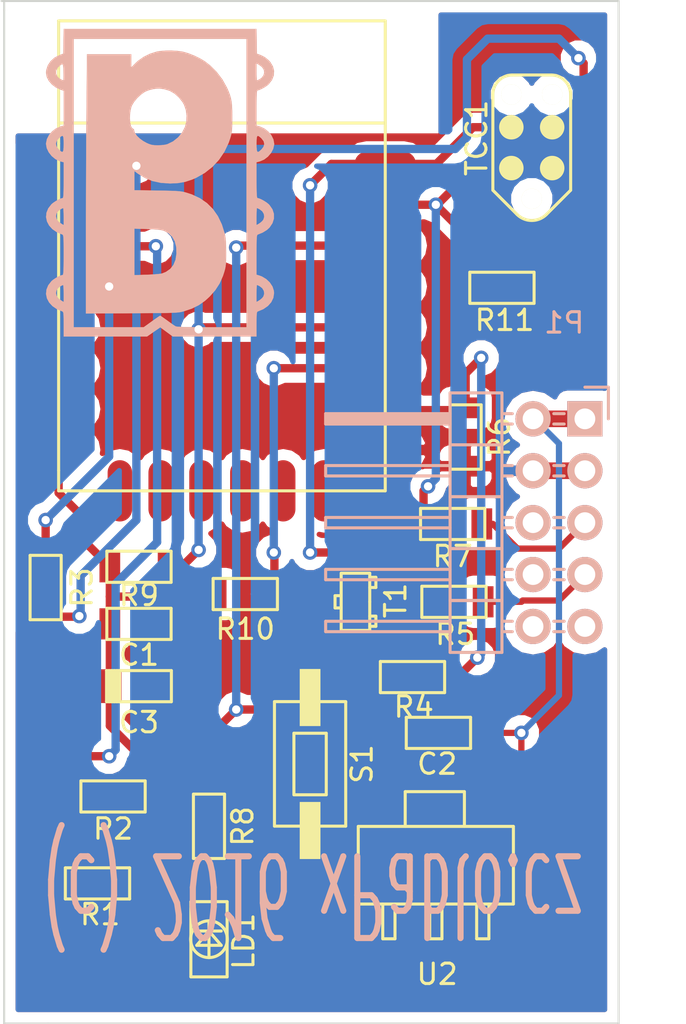
<source format=kicad_pcb>
(kicad_pcb (version 4) (host pcbnew 4.0.2+dfsg1-stable)

  (general
    (links 43)
    (no_connects 0)
    (area 59.007169 127.460159 89.333171 177.598161)
    (thickness 1.6)
    (drawings 8)
    (tracks 160)
    (zones 0)
    (modules 22)
    (nets 18)
  )

  (page A4 portrait)
  (layers
    (0 F.Cu signal)
    (31 B.Cu signal)
    (32 B.Adhes user)
    (33 F.Adhes user)
    (34 B.Paste user)
    (35 F.Paste user)
    (36 B.SilkS user)
    (37 F.SilkS user)
    (38 B.Mask user)
    (39 F.Mask user)
    (40 Dwgs.User user)
    (41 Cmts.User user)
    (42 Eco1.User user)
    (43 Eco2.User user)
    (44 Edge.Cuts user)
    (45 Margin user)
    (46 B.CrtYd user)
    (47 F.CrtYd user)
    (48 B.Fab user)
    (49 F.Fab user)
  )

  (setup
    (last_trace_width 0.2032)
    (user_trace_width 0.254)
    (user_trace_width 0.3048)
    (user_trace_width 0.4064)
    (user_trace_width 0.508)
    (user_trace_width 0.6096)
    (user_trace_width 0.8128)
    (user_trace_width 1.016)
    (trace_clearance 0.2032)
    (zone_clearance 0.508)
    (zone_45_only yes)
    (trace_min 0.2)
    (segment_width 0.05)
    (edge_width 0.1)
    (via_size 0.7112)
    (via_drill 0.4064)
    (via_min_size 0.4)
    (via_min_drill 0.3)
    (user_via 0.6096 0.3048)
    (user_via 0.7112 0.4064)
    (user_via 0.9144 0.6096)
    (uvia_size 0.3)
    (uvia_drill 0.1)
    (uvias_allowed no)
    (uvia_min_size 0.2)
    (uvia_min_drill 0.1)
    (pcb_text_width 0.3)
    (pcb_text_size 1.5 1.5)
    (mod_edge_width 0.15)
    (mod_text_size 1 1)
    (mod_text_width 0.15)
    (pad_size 1 1)
    (pad_drill 0)
    (pad_to_mask_clearance 0.05)
    (solder_mask_min_width 0.05)
    (pad_to_paste_clearance -0.05)
    (aux_axis_origin 0 0)
    (grid_origin 0.00217 0.00216)
    (visible_elements 7FFFFF7F)
    (pcbplotparams
      (layerselection 0x21020_80000001)
      (usegerberextensions false)
      (excludeedgelayer true)
      (linewidth 0.050000)
      (plotframeref false)
      (viasonmask false)
      (mode 1)
      (useauxorigin false)
      (hpglpennumber 1)
      (hpglpenspeed 20)
      (hpglpendiameter 15)
      (hpglpenoverlay 2)
      (psnegative false)
      (psa4output false)
      (plotreference false)
      (plotvalue false)
      (plotinvisibletext false)
      (padsonsilk false)
      (subtractmaskfromsilk true)
      (outputformat 1)
      (mirror false)
      (drillshape 0)
      (scaleselection 1)
      (outputdirectory Vyroba/))
  )

  (net 0 "")
  (net 1 +3.3V)
  (net 2 GND)
  (net 3 "Net-(R1-Pad1)")
  (net 4 "Net-(R2-Pad1)")
  (net 5 "Net-(R3-Pad1)")
  (net 6 /GPIO15)
  (net 7 "Net-(R5-Pad2)")
  (net 8 "Net-(R8-Pad2)")
  (net 9 /TXD_ARD)
  (net 10 /RXD_ARD)
  (net 11 "Net-(LD1-Pad1)")
  (net 12 "Net-(T1-Pad2)")
  (net 13 "Net-(C2-Pad1)")
  (net 14 "Net-(R4-Pad2)")
  (net 15 "Net-(R9-Pad2)")
  (net 16 "Net-(R10-Pad2)")
  (net 17 "Net-(R11-Pad2)")

  (net_class Default "Toto je výchozí třída sítě."
    (clearance 0.2032)
    (trace_width 0.2032)
    (via_dia 0.7112)
    (via_drill 0.4064)
    (uvia_dia 0.3)
    (uvia_drill 0.1)
    (add_net +3.3V)
    (add_net /GPIO15)
    (add_net /RXD_ARD)
    (add_net /TXD_ARD)
    (add_net GND)
    (add_net "Net-(C2-Pad1)")
    (add_net "Net-(LD1-Pad1)")
    (add_net "Net-(R1-Pad1)")
    (add_net "Net-(R10-Pad2)")
    (add_net "Net-(R11-Pad2)")
    (add_net "Net-(R2-Pad1)")
    (add_net "Net-(R3-Pad1)")
    (add_net "Net-(R4-Pad2)")
    (add_net "Net-(R5-Pad2)")
    (add_net "Net-(R8-Pad2)")
    (add_net "Net-(R9-Pad2)")
    (add_net "Net-(T1-Pad2)")
  )

  (module A-SMD:C1206ss (layer F.Cu) (tedit 5726E458) (tstamp 5708DAE8)
    (at 80.45667 163.32416 180)
    (path /56A15E11)
    (attr smd)
    (fp_text reference C2 (at 0 0 180) (layer F.Fab) hide
      (effects (font (size 1 0.8) (thickness 0.0508)))
    )
    (fp_text value 10M/6V3 (at -5.3975 0 180) (layer F.Fab)
      (effects (font (size 1.02108 1.02108) (thickness 0.0508)))
    )
    (fp_text user %R (at 0.0635 -1.524 180) (layer F.SilkS)
      (effects (font (size 1 1) (thickness 0.15)))
    )
    (fp_line (start 1.5748 -0.762) (end 1.5748 0.762) (layer F.SilkS) (width 0.15))
    (fp_line (start -1.5748 -0.762) (end -1.5748 0.762) (layer F.SilkS) (width 0.15))
    (fp_line (start -1.5748 0.762) (end 1.5748 0.762) (layer F.SilkS) (width 0.15))
    (fp_line (start -1.5748 -0.762) (end 1.5748 -0.762) (layer F.SilkS) (width 0.15))
    (pad 1 smd rect (at -1.42748 0 180) (size 1.016 1.524) (layers F.Cu F.Paste F.Mask)
      (net 13 "Net-(C2-Pad1)"))
    (pad 2 smd rect (at 1.42748 0 180) (size 1.016 1.524) (layers F.Cu F.Paste F.Mask)
      (net 2 GND))
  )

  (module Pin_Headers:Pin_Header_Angled_2x05 (layer B.Cu) (tedit 57171D76) (tstamp 5708DB02)
    (at 87.63217 147.95716 180)
    (descr "Through hole pin header")
    (tags "pin header")
    (path /570806B8)
    (fp_text reference P1 (at 1.016 4.699 360) (layer B.SilkS)
      (effects (font (size 1 1) (thickness 0.15)) (justify mirror))
    )
    (fp_text value CONN_02X05 (at 0 3.1 180) (layer B.Fab)
      (effects (font (size 1 1) (thickness 0.15)) (justify mirror))
    )
    (fp_line (start -1.35 1.75) (end -1.35 -11.95) (layer B.CrtYd) (width 0.05))
    (fp_line (start 13.2 1.75) (end 13.2 -11.95) (layer B.CrtYd) (width 0.05))
    (fp_line (start -1.35 1.75) (end 13.2 1.75) (layer B.CrtYd) (width 0.05))
    (fp_line (start -1.35 -11.95) (end 13.2 -11.95) (layer B.CrtYd) (width 0.05))
    (fp_line (start 1.524 -10.414) (end 1.016 -10.414) (layer B.SilkS) (width 0.15))
    (fp_line (start 1.524 -9.906) (end 1.016 -9.906) (layer B.SilkS) (width 0.15))
    (fp_line (start 1.524 -7.874) (end 1.016 -7.874) (layer B.SilkS) (width 0.15))
    (fp_line (start 1.524 -7.366) (end 1.016 -7.366) (layer B.SilkS) (width 0.15))
    (fp_line (start 1.524 0.254) (end 1.016 0.254) (layer B.SilkS) (width 0.15))
    (fp_line (start 1.524 -0.254) (end 1.016 -0.254) (layer B.SilkS) (width 0.15))
    (fp_line (start 1.524 -5.334) (end 1.016 -5.334) (layer B.SilkS) (width 0.15))
    (fp_line (start 1.524 -4.826) (end 1.016 -4.826) (layer B.SilkS) (width 0.15))
    (fp_line (start 1.524 -2.794) (end 1.016 -2.794) (layer B.SilkS) (width 0.15))
    (fp_line (start 1.524 -2.286) (end 1.016 -2.286) (layer B.SilkS) (width 0.15))
    (fp_line (start 4.064 -10.414) (end 3.556 -10.414) (layer B.SilkS) (width 0.15))
    (fp_line (start 4.064 -9.906) (end 3.556 -9.906) (layer B.SilkS) (width 0.15))
    (fp_line (start 4.064 0.254) (end 3.556 0.254) (layer B.SilkS) (width 0.15))
    (fp_line (start 4.064 -0.254) (end 3.556 -0.254) (layer B.SilkS) (width 0.15))
    (fp_line (start 4.064 -2.286) (end 3.556 -2.286) (layer B.SilkS) (width 0.15))
    (fp_line (start 4.064 -2.794) (end 3.556 -2.794) (layer B.SilkS) (width 0.15))
    (fp_line (start 4.064 -7.874) (end 3.556 -7.874) (layer B.SilkS) (width 0.15))
    (fp_line (start 4.064 -7.366) (end 3.556 -7.366) (layer B.SilkS) (width 0.15))
    (fp_line (start 4.064 -5.334) (end 3.556 -5.334) (layer B.SilkS) (width 0.15))
    (fp_line (start 4.064 -4.826) (end 3.556 -4.826) (layer B.SilkS) (width 0.15))
    (fp_line (start 0 1.55) (end -1.15 1.55) (layer B.SilkS) (width 0.15))
    (fp_line (start -1.15 1.55) (end -1.15 0) (layer B.SilkS) (width 0.15))
    (fp_line (start 6.604 0.127) (end 12.573 0.127) (layer B.SilkS) (width 0.15))
    (fp_line (start 12.573 0.127) (end 12.573 -0.127) (layer B.SilkS) (width 0.15))
    (fp_line (start 12.573 -0.127) (end 6.731 -0.127) (layer B.SilkS) (width 0.15))
    (fp_line (start 6.731 -0.127) (end 6.731 0) (layer B.SilkS) (width 0.15))
    (fp_line (start 6.731 0) (end 12.573 0) (layer B.SilkS) (width 0.15))
    (fp_line (start 4.064 -8.89) (end 6.604 -8.89) (layer B.SilkS) (width 0.15))
    (fp_line (start 4.064 -8.89) (end 4.064 -11.43) (layer B.SilkS) (width 0.15))
    (fp_line (start 6.604 -9.906) (end 12.7 -9.906) (layer B.SilkS) (width 0.15))
    (fp_line (start 12.7 -9.906) (end 12.7 -10.414) (layer B.SilkS) (width 0.15))
    (fp_line (start 12.7 -10.414) (end 6.604 -10.414) (layer B.SilkS) (width 0.15))
    (fp_line (start 6.604 -11.43) (end 6.604 -8.89) (layer B.SilkS) (width 0.15))
    (fp_line (start 4.064 -11.43) (end 6.604 -11.43) (layer B.SilkS) (width 0.15))
    (fp_line (start 4.064 -3.81) (end 6.604 -3.81) (layer B.SilkS) (width 0.15))
    (fp_line (start 4.064 -3.81) (end 4.064 -6.35) (layer B.SilkS) (width 0.15))
    (fp_line (start 4.064 -6.35) (end 6.604 -6.35) (layer B.SilkS) (width 0.15))
    (fp_line (start 6.604 -4.826) (end 12.7 -4.826) (layer B.SilkS) (width 0.15))
    (fp_line (start 12.7 -4.826) (end 12.7 -5.334) (layer B.SilkS) (width 0.15))
    (fp_line (start 12.7 -5.334) (end 6.604 -5.334) (layer B.SilkS) (width 0.15))
    (fp_line (start 6.604 -6.35) (end 6.604 -3.81) (layer B.SilkS) (width 0.15))
    (fp_line (start 6.604 -8.89) (end 6.604 -6.35) (layer B.SilkS) (width 0.15))
    (fp_line (start 12.7 -7.874) (end 6.604 -7.874) (layer B.SilkS) (width 0.15))
    (fp_line (start 12.7 -7.366) (end 12.7 -7.874) (layer B.SilkS) (width 0.15))
    (fp_line (start 6.604 -7.366) (end 12.7 -7.366) (layer B.SilkS) (width 0.15))
    (fp_line (start 4.064 -8.89) (end 6.604 -8.89) (layer B.SilkS) (width 0.15))
    (fp_line (start 4.064 -6.35) (end 4.064 -8.89) (layer B.SilkS) (width 0.15))
    (fp_line (start 4.064 -6.35) (end 6.604 -6.35) (layer B.SilkS) (width 0.15))
    (fp_line (start 4.064 -1.27) (end 6.604 -1.27) (layer B.SilkS) (width 0.15))
    (fp_line (start 4.064 -1.27) (end 4.064 -3.81) (layer B.SilkS) (width 0.15))
    (fp_line (start 4.064 -3.81) (end 6.604 -3.81) (layer B.SilkS) (width 0.15))
    (fp_line (start 6.604 -2.286) (end 12.7 -2.286) (layer B.SilkS) (width 0.15))
    (fp_line (start 12.7 -2.286) (end 12.7 -2.794) (layer B.SilkS) (width 0.15))
    (fp_line (start 12.7 -2.794) (end 6.604 -2.794) (layer B.SilkS) (width 0.15))
    (fp_line (start 6.604 -3.81) (end 6.604 -1.27) (layer B.SilkS) (width 0.15))
    (fp_line (start 6.604 -1.27) (end 6.604 1.27) (layer B.SilkS) (width 0.15))
    (fp_line (start 12.7 -0.254) (end 6.604 -0.254) (layer B.SilkS) (width 0.15))
    (fp_line (start 12.7 0.254) (end 12.7 -0.254) (layer B.SilkS) (width 0.15))
    (fp_line (start 6.604 0.254) (end 12.7 0.254) (layer B.SilkS) (width 0.15))
    (fp_line (start 4.064 -1.27) (end 6.604 -1.27) (layer B.SilkS) (width 0.15))
    (fp_line (start 4.064 1.27) (end 4.064 -1.27) (layer B.SilkS) (width 0.15))
    (fp_line (start 4.064 1.27) (end 6.604 1.27) (layer B.SilkS) (width 0.15))
    (pad 1 thru_hole rect (at 0 0 180) (size 1.7272 1.7272) (drill 1.016) (layers *.Cu *.Mask B.SilkS)
      (net 13 "Net-(C2-Pad1)"))
    (pad 2 thru_hole oval (at 2.54 0 180) (size 1.7272 1.7272) (drill 1.016) (layers *.Cu *.Mask B.SilkS)
      (net 13 "Net-(C2-Pad1)"))
    (pad 3 thru_hole oval (at 0 -2.54 180) (size 1.7272 1.7272) (drill 1.016) (layers *.Cu *.Mask B.SilkS)
      (net 2 GND))
    (pad 4 thru_hole oval (at 2.54 -2.54 180) (size 1.7272 1.7272) (drill 1.016) (layers *.Cu *.Mask B.SilkS)
      (net 2 GND))
    (pad 5 thru_hole oval (at 0 -5.08 180) (size 1.7272 1.7272) (drill 1.016) (layers *.Cu *.Mask B.SilkS)
      (net 9 /TXD_ARD))
    (pad 6 thru_hole oval (at 2.54 -5.08 180) (size 1.7272 1.7272) (drill 1.016) (layers *.Cu *.Mask B.SilkS))
    (pad 7 thru_hole oval (at 0 -7.62 180) (size 1.7272 1.7272) (drill 1.016) (layers *.Cu *.Mask B.SilkS)
      (net 10 /RXD_ARD))
    (pad 8 thru_hole oval (at 2.54 -7.62 180) (size 1.7272 1.7272) (drill 1.016) (layers *.Cu *.Mask B.SilkS))
    (pad 9 thru_hole oval (at 0 -10.16 180) (size 1.7272 1.7272) (drill 1.016) (layers *.Cu *.Mask B.SilkS))
    (pad 10 thru_hole oval (at 2.54 -10.16 180) (size 1.7272 1.7272) (drill 1.016) (layers *.Cu *.Mask B.SilkS))
    (model Pin_Headers.3dshapes/Pin_Header_Angled_2x05.wrl
      (at (xyz 0.05 -0.2 0))
      (scale (xyz 1 1 1))
      (rotate (xyz 0 0 90))
    )
  )

  (module A-SMD:R1206ss (layer F.Cu) (tedit 5726E434) (tstamp 5708DB08)
    (at 63.75617 170.69016)
    (path /561C76AA)
    (attr smd)
    (fp_text reference R1 (at 0 0) (layer F.Fab) hide
      (effects (font (size 1 0.8) (thickness 0.0508)))
    )
    (fp_text value 4K7 (at 0 0) (layer F.Fab)
      (effects (font (size 1.02108 1.02108) (thickness 0.0508)))
    )
    (fp_text user %R (at 0.127 1.524) (layer F.SilkS)
      (effects (font (size 1 1) (thickness 0.15)))
    )
    (fp_line (start 1.5748 -0.762) (end 1.5748 0.762) (layer F.SilkS) (width 0.15))
    (fp_line (start -1.5748 -0.762) (end -1.5748 0.762) (layer F.SilkS) (width 0.15))
    (fp_line (start -1.5748 0.762) (end 1.5748 0.762) (layer F.SilkS) (width 0.15))
    (fp_line (start -1.5748 -0.762) (end 1.5748 -0.762) (layer F.SilkS) (width 0.15))
    (pad 1 smd rect (at -1.42748 0) (size 1.016 1.524) (layers F.Cu F.Paste F.Mask)
      (net 3 "Net-(R1-Pad1)"))
    (pad 2 smd rect (at 1.42748 0) (size 1.016 1.524) (layers F.Cu F.Paste F.Mask)
      (net 1 +3.3V))
  )

  (module A-SMD:R1206ss (layer F.Cu) (tedit 5726E420) (tstamp 5708DB0E)
    (at 64.51817 166.43566)
    (path /5547DF87)
    (attr smd)
    (fp_text reference R2 (at 0 0) (layer F.Fab) hide
      (effects (font (size 1 0.8) (thickness 0.0508)))
    )
    (fp_text value 10K (at 0 0.0635) (layer F.Fab)
      (effects (font (size 1.02108 1.02108) (thickness 0.0508)))
    )
    (fp_text user %R (at 0 1.5875) (layer F.SilkS)
      (effects (font (size 1 1) (thickness 0.15)))
    )
    (fp_line (start 1.5748 -0.762) (end 1.5748 0.762) (layer F.SilkS) (width 0.15))
    (fp_line (start -1.5748 -0.762) (end -1.5748 0.762) (layer F.SilkS) (width 0.15))
    (fp_line (start -1.5748 0.762) (end 1.5748 0.762) (layer F.SilkS) (width 0.15))
    (fp_line (start -1.5748 -0.762) (end 1.5748 -0.762) (layer F.SilkS) (width 0.15))
    (pad 1 smd rect (at -1.42748 0) (size 1.016 1.524) (layers F.Cu F.Paste F.Mask)
      (net 4 "Net-(R2-Pad1)"))
    (pad 2 smd rect (at 1.42748 0) (size 1.016 1.524) (layers F.Cu F.Paste F.Mask)
      (net 1 +3.3V))
  )

  (module A-SMD:R1206ss (layer F.Cu) (tedit 5726E3F7) (tstamp 5708DB14)
    (at 61.21617 156.21216 270)
    (path /561C70A3)
    (attr smd)
    (fp_text reference R3 (at 0 0 270) (layer F.Fab) hide
      (effects (font (size 1 0.8) (thickness 0.0508)))
    )
    (fp_text value 150R (at 0 1.5494 270) (layer F.Fab)
      (effects (font (size 1.02108 1.02108) (thickness 0.0508)))
    )
    (fp_text user %R (at 0 -1.778 270) (layer F.SilkS)
      (effects (font (size 1 1) (thickness 0.15)))
    )
    (fp_line (start 1.5748 -0.762) (end 1.5748 0.762) (layer F.SilkS) (width 0.15))
    (fp_line (start -1.5748 -0.762) (end -1.5748 0.762) (layer F.SilkS) (width 0.15))
    (fp_line (start -1.5748 0.762) (end 1.5748 0.762) (layer F.SilkS) (width 0.15))
    (fp_line (start -1.5748 -0.762) (end 1.5748 -0.762) (layer F.SilkS) (width 0.15))
    (pad 1 smd rect (at -1.42748 0 270) (size 1.016 1.524) (layers F.Cu F.Paste F.Mask)
      (net 5 "Net-(R3-Pad1)"))
    (pad 2 smd rect (at 1.42748 0 270) (size 1.016 1.524) (layers F.Cu F.Paste F.Mask)
      (net 3 "Net-(R1-Pad1)"))
  )

  (module A-SMD:R1206ss (layer F.Cu) (tedit 5726E45F) (tstamp 5708DB1A)
    (at 79.18667 160.59366 180)
    (path /570CC501)
    (attr smd)
    (fp_text reference R4 (at 0 0 180) (layer F.Fab) hide
      (effects (font (size 1 0.8) (thickness 0.0508)))
    )
    (fp_text value 4k7 (at -3.4925 -0.0635 180) (layer F.Fab)
      (effects (font (size 1.02108 1.02108) (thickness 0.0508)))
    )
    (fp_text user %R (at -0.0635 -1.4605 180) (layer F.SilkS)
      (effects (font (size 1 1) (thickness 0.15)))
    )
    (fp_line (start 1.5748 -0.762) (end 1.5748 0.762) (layer F.SilkS) (width 0.15))
    (fp_line (start -1.5748 -0.762) (end -1.5748 0.762) (layer F.SilkS) (width 0.15))
    (fp_line (start -1.5748 0.762) (end 1.5748 0.762) (layer F.SilkS) (width 0.15))
    (fp_line (start -1.5748 -0.762) (end 1.5748 -0.762) (layer F.SilkS) (width 0.15))
    (pad 1 smd rect (at -1.42748 0 180) (size 1.016 1.524) (layers F.Cu F.Paste F.Mask)
      (net 6 /GPIO15))
    (pad 2 smd rect (at 1.42748 0 180) (size 1.016 1.524) (layers F.Cu F.Paste F.Mask)
      (net 14 "Net-(R4-Pad2)"))
  )

  (module A-SMD:R1206ss (layer F.Cu) (tedit 5726E471) (tstamp 5708DB20)
    (at 81.21867 156.91066 180)
    (path /5708DC7A)
    (attr smd)
    (fp_text reference R5 (at 0 0 180) (layer F.Fab) hide
      (effects (font (size 1 0.8) (thickness 0.0508)))
    )
    (fp_text value 150 (at 0.0635 0.0635 180) (layer F.Fab)
      (effects (font (size 1.02108 1.02108) (thickness 0.0508)))
    )
    (fp_text user %R (at -0.0635 -1.5875 180) (layer F.SilkS)
      (effects (font (size 1 1) (thickness 0.15)))
    )
    (fp_line (start 1.5748 -0.762) (end 1.5748 0.762) (layer F.SilkS) (width 0.15))
    (fp_line (start -1.5748 -0.762) (end -1.5748 0.762) (layer F.SilkS) (width 0.15))
    (fp_line (start -1.5748 0.762) (end 1.5748 0.762) (layer F.SilkS) (width 0.15))
    (fp_line (start -1.5748 -0.762) (end 1.5748 -0.762) (layer F.SilkS) (width 0.15))
    (pad 1 smd rect (at -1.42748 0 180) (size 1.016 1.524) (layers F.Cu F.Paste F.Mask)
      (net 10 /RXD_ARD))
    (pad 2 smd rect (at 1.42748 0 180) (size 1.016 1.524) (layers F.Cu F.Paste F.Mask)
      (net 7 "Net-(R5-Pad2)"))
  )

  (module A-SMD:R1206ss (layer F.Cu) (tedit 5726E3E2) (tstamp 5708DB26)
    (at 81.79017 148.84616 90)
    (path /56A222E6)
    (attr smd)
    (fp_text reference R6 (at 0 0 90) (layer F.Fab) hide
      (effects (font (size 1 0.8) (thickness 0.0508)))
    )
    (fp_text value 1k (at 0.127 0 90) (layer F.Fab)
      (effects (font (size 1.02108 1.02108) (thickness 0.0508)))
    )
    (fp_text user %R (at 0 1.651 90) (layer F.SilkS)
      (effects (font (size 1 1) (thickness 0.15)))
    )
    (fp_line (start 1.5748 -0.762) (end 1.5748 0.762) (layer F.SilkS) (width 0.15))
    (fp_line (start -1.5748 -0.762) (end -1.5748 0.762) (layer F.SilkS) (width 0.15))
    (fp_line (start -1.5748 0.762) (end 1.5748 0.762) (layer F.SilkS) (width 0.15))
    (fp_line (start -1.5748 -0.762) (end 1.5748 -0.762) (layer F.SilkS) (width 0.15))
    (pad 1 smd rect (at -1.42748 0 90) (size 1.016 1.524) (layers F.Cu F.Paste F.Mask)
      (net 2 GND))
    (pad 2 smd rect (at 1.42748 0 90) (size 1.016 1.524) (layers F.Cu F.Paste F.Mask)
      (net 6 /GPIO15))
  )

  (module A-MODULE:Modul_ESP-12-E_SMD (layer F.Cu) (tedit 5614C4AF) (tstamp 5708DB40)
    (at 69.85217 141.48016)
    (path /56711227)
    (fp_text reference U1 (at 0.15 -11.8) (layer F.Fab)
      (effects (font (size 1 1) (thickness 0.05)))
    )
    (fp_text value Modul_ESP12E (at 0.05 -9.5) (layer F.Fab)
      (effects (font (size 1 1) (thickness 0.05)))
    )
    (fp_line (start -8 -7) (end -8 9) (layer F.SilkS) (width 0.15))
    (fp_line (start 8 -7) (end 8 9) (layer F.SilkS) (width 0.15))
    (fp_text user %R (at 0.15 -11.8) (layer F.SilkS) hide
      (effects (font (size 1 1) (thickness 0.15)))
    )
    (fp_line (start 8 -8) (end -8 -8) (layer F.SilkS) (width 0.15))
    (fp_line (start -8 -7) (end -8 -13) (layer F.SilkS) (width 0.15))
    (fp_line (start -8 -13) (end 8 -13) (layer F.SilkS) (width 0.15))
    (fp_line (start 8 -13) (end 8 -7) (layer F.SilkS) (width 0.15))
    (fp_line (start -8 9) (end -8 10) (layer F.SilkS) (width 0.15))
    (fp_line (start -8 10) (end 8 10) (layer F.SilkS) (width 0.15))
    (fp_line (start 8 10) (end 8 9) (layer F.SilkS) (width 0.15))
    (pad 1 smd rect (at -8 -6 270) (size 1.2 3) (layers F.Cu F.Paste F.Mask)
      (net 3 "Net-(R1-Pad1)"))
    (pad 2 smd oval (at -8 -4 270) (size 1.2 3) (layers F.Cu F.Paste F.Mask))
    (pad 3 smd oval (at -8 -2 270) (size 1.2 3) (layers F.Cu F.Paste F.Mask)
      (net 4 "Net-(R2-Pad1)"))
    (pad 4 smd oval (at -8 0 270) (size 1.2 3) (layers F.Cu F.Paste F.Mask)
      (net 5 "Net-(R3-Pad1)"))
    (pad 5 smd oval (at -8 2 270) (size 1.2 3) (layers F.Cu F.Paste F.Mask))
    (pad 6 smd oval (at -8 4 270) (size 1.2 3) (layers F.Cu F.Paste F.Mask))
    (pad 7 smd oval (at -8 6 270) (size 1.2 3) (layers F.Cu F.Paste F.Mask))
    (pad 8 smd oval (at -8 8 270) (size 1.2 3) (layers F.Cu F.Paste F.Mask)
      (net 1 +3.3V))
    (pad 15 smd oval (at 8 8 270) (size 1.2 3) (layers F.Cu F.Paste F.Mask)
      (net 2 GND))
    (pad 16 smd oval (at 8 6 270) (size 1.2 3) (layers F.Cu F.Paste F.Mask)
      (net 6 /GPIO15))
    (pad 18 smd oval (at 8 2 270) (size 1.2 3) (layers F.Cu F.Paste F.Mask)
      (net 15 "Net-(R9-Pad2)"))
    (pad 19 smd oval (at 8 0 270) (size 1.2 3) (layers F.Cu F.Paste F.Mask))
    (pad 20 smd oval (at 8 -2 270) (size 1.2 3) (layers F.Cu F.Paste F.Mask)
      (net 8 "Net-(R8-Pad2)"))
    (pad 21 smd oval (at 8 -4 270) (size 1.2 3) (layers F.Cu F.Paste F.Mask)
      (net 17 "Net-(R11-Pad2)"))
    (pad 22 smd oval (at 8 -6 270) (size 1.2 3) (layers F.Cu F.Paste F.Mask)
      (net 12 "Net-(T1-Pad2)"))
    (pad 17 smd oval (at 8 4 270) (size 1.2 3) (layers F.Cu F.Paste F.Mask)
      (net 16 "Net-(R10-Pad2)"))
    (pad 14 smd oval (at 5 10) (size 1.2 3) (layers F.Cu F.Paste F.Mask))
    (pad 13 smd oval (at 3 10) (size 1.2 3) (layers F.Cu F.Paste F.Mask))
    (pad 12 smd oval (at 1 10) (size 1.2 3) (layers F.Cu F.Paste F.Mask))
    (pad 11 smd oval (at -1 10) (size 1.2 3) (layers F.Cu F.Paste F.Mask))
    (pad 10 smd oval (at -3 10) (size 1.2 3) (layers F.Cu F.Paste F.Mask))
    (pad 9 smd oval (at -5 10) (size 1.2 3) (layers F.Cu F.Paste F.Mask))
    (model ../../../../../home/pablo2048/Pracovni_pro_VM/MyProjects/Kicad_Libraries/Library.pretty/kicad-ESP8266-master/ESP8266.3dshapes/ESP-12.wrl
      (at (xyz -0.27 0.23 0))
      (scale (xyz 0.3937 0.3937 0.3937))
      (rotate (xyz 0 0 0))
    )
  )

  (module A-SMD:R1206ss (layer F.Cu) (tedit 5726E3EC) (tstamp 5708DB9A)
    (at 81.15517 153.10066 180)
    (path /5708DAAF)
    (attr smd)
    (fp_text reference R7 (at 0 0 180) (layer F.Fab) hide
      (effects (font (size 1 0.8) (thickness 0.0508)))
    )
    (fp_text value 1k (at 0 1.5494 180) (layer F.Fab)
      (effects (font (size 1.02108 1.02108) (thickness 0.0508)))
    )
    (fp_text user %R (at 0 -1.5875 180) (layer F.SilkS)
      (effects (font (size 1 1) (thickness 0.15)))
    )
    (fp_line (start 1.5748 -0.762) (end 1.5748 0.762) (layer F.SilkS) (width 0.15))
    (fp_line (start -1.5748 -0.762) (end -1.5748 0.762) (layer F.SilkS) (width 0.15))
    (fp_line (start -1.5748 0.762) (end 1.5748 0.762) (layer F.SilkS) (width 0.15))
    (fp_line (start -1.5748 -0.762) (end 1.5748 -0.762) (layer F.SilkS) (width 0.15))
    (pad 1 smd rect (at -1.42748 0 180) (size 1.016 1.524) (layers F.Cu F.Paste F.Mask)
      (net 9 /TXD_ARD))
    (pad 2 smd rect (at 1.42748 0 180) (size 1.016 1.524) (layers F.Cu F.Paste F.Mask)
      (net 17 "Net-(R11-Pad2)"))
  )

  (module A-SMD:R1206ss (layer F.Cu) (tedit 5726E427) (tstamp 5708DBA0)
    (at 69.21717 167.89616 90)
    (path /570CCAFC)
    (attr smd)
    (fp_text reference R8 (at 0 0 90) (layer F.Fab) hide
      (effects (font (size 1 0.8) (thickness 0.0508)))
    )
    (fp_text value 470R (at 0.127 -1.524 90) (layer F.Fab)
      (effects (font (size 1.02108 1.02108) (thickness 0.0508)))
    )
    (fp_text user %R (at 0 1.651 90) (layer F.SilkS)
      (effects (font (size 1 1) (thickness 0.15)))
    )
    (fp_line (start 1.5748 -0.762) (end 1.5748 0.762) (layer F.SilkS) (width 0.15))
    (fp_line (start -1.5748 -0.762) (end -1.5748 0.762) (layer F.SilkS) (width 0.15))
    (fp_line (start -1.5748 0.762) (end 1.5748 0.762) (layer F.SilkS) (width 0.15))
    (fp_line (start -1.5748 -0.762) (end 1.5748 -0.762) (layer F.SilkS) (width 0.15))
    (pad 1 smd rect (at -1.42748 0 90) (size 1.016 1.524) (layers F.Cu F.Paste F.Mask)
      (net 11 "Net-(LD1-Pad1)"))
    (pad 2 smd rect (at 1.42748 0 90) (size 1.016 1.524) (layers F.Cu F.Paste F.Mask)
      (net 8 "Net-(R8-Pad2)"))
  )

  (module A-SMD:LD1206L (layer F.Cu) (tedit 5726E43C) (tstamp 570CAC2E)
    (at 69.21717 173.42066 270)
    (path /5708DEEC)
    (attr smd)
    (fp_text reference LD1 (at 0.07 -1.67 270) (layer F.Fab) hide
      (effects (font (size 1.00076 1.00076) (thickness 0.0508)))
    )
    (fp_text value LED (at 0.05 1.85 270) (layer F.Fab)
      (effects (font (size 1.00076 1.00076) (thickness 0.0508)))
    )
    (fp_text user %R (at 0.1 -1.7 270) (layer F.SilkS)
      (effects (font (size 1 1) (thickness 0.15)))
    )
    (fp_line (start -0.9 0) (end 0.9 0) (layer F.SilkS) (width 0.15))
    (fp_line (start -0.4 -0.6) (end -0.4 0.6) (layer F.SilkS) (width 0.15))
    (fp_line (start 0.3 -0.6) (end -0.4 0) (layer F.SilkS) (width 0.15))
    (fp_line (start -0.4 0) (end 0.3 0.6) (layer F.SilkS) (width 0.15))
    (fp_line (start 0.3 0.6) (end 0.3 -0.6) (layer F.SilkS) (width 0.15))
    (fp_circle (center 0 0) (end 0.9 0) (layer F.SilkS) (width 0.15))
    (fp_line (start 1.84404 0.88646) (end 1.84404 -0.889) (layer F.SilkS) (width 0.15))
    (fp_line (start 1.84404 -0.889) (end -1.83642 -0.889) (layer F.SilkS) (width 0.15))
    (fp_line (start -1.83642 -0.889) (end -1.83642 0.88646) (layer F.SilkS) (width 0.15))
    (fp_line (start -1.83642 0.88646) (end 1.84404 0.88646) (layer F.SilkS) (width 0.15))
    (pad 1 smd rect (at -1.5875 0 270) (size 1.27 1.524) (layers F.Cu F.Paste F.Mask)
      (net 11 "Net-(LD1-Pad1)"))
    (pad 2 smd rect (at 1.5875 0 270) (size 1.27 1.524) (layers F.Cu F.Paste F.Mask)
      (net 1 +3.3V))
  )

  (module PVB:TCS_4pin (layer F.Cu) (tedit 57171BE7) (tstamp 570CAC39)
    (at 85.02867 134.68566 90)
    (path /570B782E)
    (attr virtual)
    (fp_text reference TCC1 (at 0.47625 -2.69875 90) (layer F.SilkS)
      (effects (font (size 1 1) (thickness 0.15)))
    )
    (fp_text value TC4pin (at -0.8 2.7 90) (layer F.Fab) hide
      (effects (font (size 1 1) (thickness 0.05)))
    )
    (fp_text user PROG (at 0.47625 -2.69875 90) (layer F.SilkS) hide
      (effects (font (size 1 1) (thickness 0.15)))
    )
    (fp_text user 3-Vcc (at 6.25 1.15 90) (layer F.SilkS) hide
      (effects (font (size 1 1) (thickness 0.15)))
    )
    (fp_text user 4-SWDIO (at 7.25 2.45 90) (layer F.SilkS) hide
      (effects (font (size 1 1) (thickness 0.15)))
    )
    (fp_text user 2-SWCLK (at 7.4 -0.15 90) (layer F.SilkS) hide
      (effects (font (size 1 1) (thickness 0.15)))
    )
    (fp_text user 1-GND (at 6.45 -1.45 90) (layer F.SilkS) hide
      (effects (font (size 1 1) (thickness 0.15)))
    )
    (fp_line (start 2.6035 1.905) (end -2.0828 1.905) (layer F.SilkS) (width 0.15))
    (fp_line (start 2.6035 -1.905) (end -2.0828 -1.905) (layer F.SilkS) (width 0.15))
    (fp_line (start -3.2639 0.7239) (end -2.0828 1.905) (layer F.SilkS) (width 0.15))
    (fp_line (start -3.2639 -0.7239) (end -2.0828 -1.905) (layer F.SilkS) (width 0.15))
    (fp_arc (start -2.54 0) (end -3.2639 0.7239) (angle 90) (layer F.SilkS) (width 0.15))
    (fp_line (start 3.556 -0.9525) (end 3.556 0.9525) (layer F.SilkS) (width 0.15))
    (fp_arc (start 2.6035 0.9525) (end 3.556 0.9525) (angle 90) (layer F.SilkS) (width 0.15))
    (fp_arc (start 2.6035 -0.9525) (end 2.6035 -1.905) (angle 90) (layer F.SilkS) (width 0.15))
    (pad 2 smd circle (at -1 -1 90) (size 1.2 1.2) (layers F.Cu F.SilkS F.Mask)
      (net 17 "Net-(R11-Pad2)"))
    (pad "" np_thru_hole circle (at -2.5 0 90) (size 1 1) (drill 1) (layers *.Cu *.Mask F.SilkS))
    (pad "" np_thru_hole circle (at 2.6 -1 90) (size 1 1) (drill 1) (layers *.Cu *.Mask F.SilkS))
    (pad "" np_thru_hole circle (at 2.6 1 90) (size 1 1) (drill 1) (layers *.Cu *.Mask F.SilkS))
    (pad 1 smd circle (at -1 1 90) (size 1.2 1.2) (layers F.Cu F.SilkS F.Mask)
      (net 2 GND))
    (pad 3 smd circle (at 1 1 90) (size 1.2 1.2) (layers F.Cu F.SilkS F.Mask)
      (net 15 "Net-(R9-Pad2)"))
    (pad 4 smd circle (at 1 -1 90) (size 1.2 1.2) (layers F.Cu F.SilkS F.Mask)
      (net 12 "Net-(T1-Pad2)"))
  )

  (module A-SMD:SOT23A (layer F.Cu) (tedit 5726E46A) (tstamp 570CAD09)
    (at 76.39267 156.91066 90)
    (path /570CB5BA)
    (attr smd)
    (fp_text reference T1 (at 0 0 90) (layer F.Fab) hide
      (effects (font (size 0.8 0.8) (thickness 0.0508)))
    )
    (fp_text value BSS138 (at 0.0635 -1.8415 90) (layer F.Fab)
      (effects (font (size 1 1) (thickness 0.0508)))
    )
    (fp_line (start 0.7 0.7) (end 0.7 1) (layer F.SilkS) (width 0.15))
    (fp_line (start 0.7 1) (end 1.2 1) (layer F.SilkS) (width 0.15))
    (fp_line (start 1.2 1) (end 1.2 0.7) (layer F.SilkS) (width 0.15))
    (fp_line (start -1.2 0.7) (end -1.2 1) (layer F.SilkS) (width 0.15))
    (fp_line (start -1.2 1) (end -0.7 1) (layer F.SilkS) (width 0.15))
    (fp_line (start -0.7 1) (end -0.7 0.7) (layer F.SilkS) (width 0.15))
    (fp_line (start -0.3 -0.7) (end -0.3 -1) (layer F.SilkS) (width 0.15))
    (fp_line (start -0.3 -1) (end 0.3 -1) (layer F.SilkS) (width 0.15))
    (fp_line (start 0.3 -1) (end 0.3 -0.7) (layer F.SilkS) (width 0.15))
    (fp_text user %R (at 0.0635 1.9685 90) (layer F.SilkS)
      (effects (font (size 1 1) (thickness 0.15)))
    )
    (fp_line (start 0 0.7) (end -1.4 0.7) (layer F.SilkS) (width 0.15))
    (fp_line (start -1.4 0.7) (end -1.4 -0.7) (layer F.SilkS) (width 0.15))
    (fp_line (start -1.4 -0.7) (end 1.4 -0.7) (layer F.SilkS) (width 0.15))
    (fp_line (start 1.4 -0.7) (end 1.4 0.7) (layer F.SilkS) (width 0.15))
    (fp_line (start 1.4 0.7) (end 0 0.7) (layer F.SilkS) (width 0.15))
    (pad 1 smd rect (at -0.9525 0.8763 90) (size 0.9144 0.9144) (layers F.Cu F.Paste F.Mask)
      (net 14 "Net-(R4-Pad2)"))
    (pad 2 smd rect (at 0.9525 0.8763 90) (size 0.9144 0.9144) (layers F.Cu F.Paste F.Mask)
      (net 12 "Net-(T1-Pad2)"))
    (pad 3 smd rect (at 0 -1.05156 90) (size 0.9144 1.27) (layers F.Cu F.Paste F.Mask)
      (net 7 "Net-(R5-Pad2)"))
  )

  (module A-SMD:C1206ss (layer F.Cu) (tedit 5726E406) (tstamp 570CB90F)
    (at 65.78817 157.99016)
    (path /555174B5)
    (attr smd)
    (fp_text reference C1 (at 0 0) (layer F.Fab) hide
      (effects (font (size 1 0.8) (thickness 0.0508)))
    )
    (fp_text value 10M/16V (at 0.508 0) (layer F.Fab)
      (effects (font (size 1.02108 1.02108) (thickness 0.0508)))
    )
    (fp_text user %R (at 0 1.524) (layer F.SilkS)
      (effects (font (size 1 1) (thickness 0.15)))
    )
    (fp_line (start 1.5748 -0.762) (end 1.5748 0.762) (layer F.SilkS) (width 0.15))
    (fp_line (start -1.5748 -0.762) (end -1.5748 0.762) (layer F.SilkS) (width 0.15))
    (fp_line (start -1.5748 0.762) (end 1.5748 0.762) (layer F.SilkS) (width 0.15))
    (fp_line (start -1.5748 -0.762) (end 1.5748 -0.762) (layer F.SilkS) (width 0.15))
    (pad 1 smd rect (at -1.42748 0) (size 1.016 1.524) (layers F.Cu F.Paste F.Mask)
      (net 1 +3.3V))
    (pad 2 smd rect (at 1.42748 0) (size 1.016 1.524) (layers F.Cu F.Paste F.Mask)
      (net 2 GND))
  )

  (module A-SMD:CT-A (layer F.Cu) (tedit 5726E417) (tstamp 570CB914)
    (at 65.78817 161.03816 180)
    (path /56A11D2C)
    (attr smd)
    (fp_text reference C3 (at -0.06096 -1.7399 180) (layer F.Fab) hide
      (effects (font (size 1.02108 1.02108) (thickness 0.0508)))
    )
    (fp_text value 47M/6V3 (at -0.127 -3.175 180) (layer F.Fab)
      (effects (font (size 1.02108 1.02108) (thickness 0.0508)))
    )
    (fp_text user %R (at 0 -1.778 180) (layer F.SilkS)
      (effects (font (size 1 1) (thickness 0.15)))
    )
    (fp_line (start 0.9525 -0.762) (end 0.9525 0.762) (layer F.SilkS) (width 0.15))
    (fp_line (start 1.0795 -0.762) (end 1.0795 0.762) (layer F.SilkS) (width 0.15))
    (fp_line (start 1.2065 -0.762) (end 1.2065 0.762) (layer F.SilkS) (width 0.15))
    (fp_line (start 1.3335 -0.762) (end 1.3335 0.762) (layer F.SilkS) (width 0.15))
    (fp_line (start 1.4605 -0.762) (end 1.4605 0.762) (layer F.SilkS) (width 0.15))
    (fp_line (start 1.5875 -0.762) (end 1.5875 0.762) (layer F.SilkS) (width 0.15))
    (fp_line (start -1.5875 -0.762) (end -1.5875 0.762) (layer F.SilkS) (width 0.15))
    (fp_line (start -1.5875 0.762) (end 1.5875 0.762) (layer F.SilkS) (width 0.15))
    (fp_line (start -1.5875 -0.762) (end 1.5875 -0.762) (layer F.SilkS) (width 0.15))
    (pad 1 smd rect (at 1.42748 0) (size 1.143 1.651) (layers F.Cu F.Paste F.Mask)
      (net 1 +3.3V))
    (pad 2 smd rect (at -1.42748 0) (size 1.143 1.651) (layers F.Cu F.Paste F.Mask)
      (net 2 GND))
  )

  (module A-SMD:R1206ss (layer F.Cu) (tedit 5726E3FF) (tstamp 570CB91E)
    (at 65.78817 155.19616)
    (path /561C3F96)
    (attr smd)
    (fp_text reference R9 (at 0 0) (layer F.Fab) hide
      (effects (font (size 1 0.8) (thickness 0.0508)))
    )
    (fp_text value 4K7 (at 0.127 -1.524) (layer F.Fab)
      (effects (font (size 1.02108 1.02108) (thickness 0.0508)))
    )
    (fp_text user %R (at 0 1.397) (layer F.SilkS)
      (effects (font (size 1 1) (thickness 0.15)))
    )
    (fp_line (start 1.5748 -0.762) (end 1.5748 0.762) (layer F.SilkS) (width 0.15))
    (fp_line (start -1.5748 -0.762) (end -1.5748 0.762) (layer F.SilkS) (width 0.15))
    (fp_line (start -1.5748 0.762) (end 1.5748 0.762) (layer F.SilkS) (width 0.15))
    (fp_line (start -1.5748 -0.762) (end 1.5748 -0.762) (layer F.SilkS) (width 0.15))
    (pad 1 smd rect (at -1.42748 0) (size 1.016 1.524) (layers F.Cu F.Paste F.Mask)
      (net 1 +3.3V))
    (pad 2 smd rect (at 1.42748 0) (size 1.016 1.524) (layers F.Cu F.Paste F.Mask)
      (net 15 "Net-(R9-Pad2)"))
  )

  (module A-SMD:R1206ss (layer F.Cu) (tedit 5726E40F) (tstamp 570CB924)
    (at 70.99517 156.52966)
    (path /561D272C)
    (attr smd)
    (fp_text reference R10 (at 0 0) (layer F.Fab) hide
      (effects (font (size 1 0.8) (thickness 0.0508)))
    )
    (fp_text value 4K7 (at 0 3.1115) (layer F.Fab)
      (effects (font (size 1.02108 1.02108) (thickness 0.0508)))
    )
    (fp_text user %R (at 0 1.7145) (layer F.SilkS)
      (effects (font (size 1 1) (thickness 0.15)))
    )
    (fp_line (start 1.5748 -0.762) (end 1.5748 0.762) (layer F.SilkS) (width 0.15))
    (fp_line (start -1.5748 -0.762) (end -1.5748 0.762) (layer F.SilkS) (width 0.15))
    (fp_line (start -1.5748 0.762) (end 1.5748 0.762) (layer F.SilkS) (width 0.15))
    (fp_line (start -1.5748 -0.762) (end 1.5748 -0.762) (layer F.SilkS) (width 0.15))
    (pad 1 smd rect (at -1.42748 0) (size 1.016 1.524) (layers F.Cu F.Paste F.Mask)
      (net 1 +3.3V))
    (pad 2 smd rect (at 1.42748 0) (size 1.016 1.524) (layers F.Cu F.Paste F.Mask)
      (net 16 "Net-(R10-Pad2)"))
  )

  (module A-SMD:SOT223N (layer F.Cu) (tedit 5726E44F) (tstamp 570CB925)
    (at 80.32967 169.80116)
    (descr "SOT223 4 pins")
    (tags "CMS SOT")
    (path /55419B15)
    (attr smd)
    (fp_text reference U2 (at 0.1 -5.1) (layer F.Fab)
      (effects (font (size 1 1) (thickness 0.05)))
    )
    (fp_text value TS1117B_SOT223 (at 0.1905 6.477) (layer F.Fab)
      (effects (font (size 1 1) (thickness 0.05)))
    )
    (fp_text user %R (at 0.0635 5.334) (layer F.SilkS)
      (effects (font (size 1 1) (thickness 0.15)))
    )
    (fp_line (start 2 1.9) (end 2 3.6) (layer F.SilkS) (width 0.15))
    (fp_line (start 2 3.6) (end 2.6 3.6) (layer F.SilkS) (width 0.15))
    (fp_line (start 2.6 3.6) (end 2.6 1.9) (layer F.SilkS) (width 0.15))
    (fp_line (start -0.3 1.9) (end -0.3 3.6) (layer F.SilkS) (width 0.15))
    (fp_line (start -0.3 3.6) (end 0.3 3.6) (layer F.SilkS) (width 0.15))
    (fp_line (start 0.3 3.6) (end 0.3 2) (layer F.SilkS) (width 0.15))
    (fp_line (start -2.6 1.9) (end -2.6 3.6) (layer F.SilkS) (width 0.15))
    (fp_line (start -2.6 3.6) (end -2 3.6) (layer F.SilkS) (width 0.15))
    (fp_line (start -2 3.6) (end -2 1.9) (layer F.SilkS) (width 0.15))
    (fp_line (start -1.5 -1.9) (end -1.5 -3.6) (layer F.SilkS) (width 0.15))
    (fp_line (start -1.5 -3.6) (end 1.4 -3.6) (layer F.SilkS) (width 0.15))
    (fp_line (start 1.4 -3.6) (end 1.4 -1.9) (layer F.SilkS) (width 0.15))
    (fp_line (start -3.8 1.9) (end 3.8 1.9) (layer F.SilkS) (width 0.15))
    (fp_line (start 3.8 1.9) (end 3.8 -1.9) (layer F.SilkS) (width 0.15))
    (fp_line (start 3.8 -1.9) (end -3.8 -1.9) (layer F.SilkS) (width 0.15))
    (fp_line (start -3.8 -1.9) (end -3.8 1.9) (layer F.SilkS) (width 0.15))
    (pad 4 smd rect (at 0 -3.302) (size 3.6576 2.032) (layers F.Cu F.Paste F.Mask)
      (net 1 +3.3V))
    (pad 2 smd rect (at 0 3.302) (size 1.016 2.032) (layers F.Cu F.Paste F.Mask)
      (net 1 +3.3V))
    (pad 3 smd rect (at 2.286 3.302) (size 1.016 2.032) (layers F.Cu F.Paste F.Mask)
      (net 13 "Net-(C2-Pad1)"))
    (pad 1 smd rect (at -2.286 3.302) (size 1.016 2.032) (layers F.Cu F.Paste F.Mask)
      (net 2 GND))
    (model SMD_Packages.3dshapes/SOT-223.wrl
      (at (xyz 0 0 0))
      (scale (xyz 0.4 0.4 0.4))
      (rotate (xyz 0 0 0))
    )
  )

  (module PVB:PBLogo (layer B.Cu) (tedit 0) (tstamp 570FA4EB)
    (at 66.80417 136.40016)
    (fp_text reference G*** (at 0 0) (layer B.SilkS) hide
      (effects (font (thickness 0.3)) (justify mirror))
    )
    (fp_text value LOGO (at 0.75 0) (layer B.SilkS) hide
      (effects (font (thickness 0.3)) (justify mirror))
    )
    (fp_poly (pts (xy -0.296887 7.301384) (xy 0.027674 7.076842) (xy 0.334216 7.301384) (xy 0.640757 7.525925)
      (xy 4.741333 7.525925) (xy 4.741333 6.92267) (xy 4.742057 6.695224) (xy 4.745006 6.531992)
      (xy 4.751345 6.42194) (xy 4.762239 6.35403) (xy 4.778852 6.317227) (xy 4.802351 6.300494)
      (xy 4.807185 6.298829) (xy 5.078961 6.184756) (xy 5.299264 6.031913) (xy 5.462909 5.84697)
      (xy 5.564708 5.636595) (xy 5.599478 5.407458) (xy 5.590613 5.29127) (xy 5.523693 5.082705)
      (xy 5.395004 4.887158) (xy 5.218023 4.718862) (xy 5.00623 4.592052) (xy 4.885689 4.546893)
      (xy 4.741333 4.503643) (xy 4.741333 3.530047) (xy 4.741676 3.233064) (xy 4.743088 3.002705)
      (xy 4.746139 2.830338) (xy 4.751402 2.707331) (xy 4.759449 2.625051) (xy 4.77085 2.574865)
      (xy 4.786179 2.548141) (xy 4.806007 2.536245) (xy 4.807185 2.535866) (xy 5.044273 2.439304)
      (xy 5.250058 2.312187) (xy 5.378606 2.195164) (xy 5.522153 1.982084) (xy 5.593712 1.75692)
      (xy 5.59358 1.528534) (xy 5.522052 1.305786) (xy 5.379426 1.09754) (xy 5.340466 1.056477)
      (xy 5.242285 0.975675) (xy 5.113614 0.892117) (xy 4.977854 0.818667) (xy 4.858406 0.768191)
      (xy 4.78837 0.75296) (xy 4.77265 0.735782) (xy 4.760589 0.679811) (xy 4.751808 0.577978)
      (xy 4.745928 0.423216) (xy 4.74257 0.208455) (xy 4.741354 -0.073373) (xy 4.741333 -0.1239)
      (xy 4.741333 -1.000391) (xy 4.90587 -1.044398) (xy 5.113265 -1.133228) (xy 5.299698 -1.27507)
      (xy 5.45241 -1.454354) (xy 5.558641 -1.655512) (xy 5.605632 -1.862977) (xy 5.606815 -1.899656)
      (xy 5.571448 -2.108997) (xy 5.473391 -2.312524) (xy 5.324703 -2.495707) (xy 5.137448 -2.644017)
      (xy 4.923686 -2.742925) (xy 4.901259 -2.749556) (xy 4.741333 -2.794374) (xy 4.741333 -3.654965)
      (xy 4.742269 -3.945007) (xy 4.745338 -4.166928) (xy 4.750927 -4.327846) (xy 4.759426 -4.43488)
      (xy 4.771224 -4.495148) (xy 4.786709 -4.515768) (xy 4.78837 -4.515924) (xy 4.87647 -4.53753)
      (xy 5.000323 -4.592799) (xy 5.136529 -4.668863) (xy 5.261685 -4.75286) (xy 5.340466 -4.819441)
      (xy 5.498843 -5.02385) (xy 5.585727 -5.243083) (xy 5.601105 -5.468505) (xy 5.544966 -5.691484)
      (xy 5.417296 -5.903388) (xy 5.342094 -5.987258) (xy 5.153039 -6.140229) (xy 4.964756 -6.237023)
      (xy 4.760148 -6.313309) (xy 4.749808 -6.919617) (xy 4.739469 -7.525926) (xy -4.70184 -7.525926)
      (xy -4.712179 -6.919617) (xy -4.722519 -6.313309) (xy -4.927127 -6.237023) (xy -5.156683 -6.116466)
      (xy -5.344271 -5.9476) (xy -5.480636 -5.742855) (xy -5.556525 -5.514661) (xy -5.569185 -5.374653)
      (xy -5.562908 -5.339635) (xy -5.076809 -5.339635) (xy -5.070566 -5.488359) (xy -5.005188 -5.62061)
      (xy -4.976519 -5.651183) (xy -4.871099 -5.745825) (xy -4.799595 -5.794182) (xy -4.754929 -5.790336)
      (xy -4.73002 -5.728374) (xy -4.71779 -5.60238) (xy -4.711788 -5.429976) (xy -4.708857 -5.265113)
      (xy -4.709326 -5.130303) (xy -4.712962 -5.041906) (xy -4.717699 -5.015833) (xy -4.762701 -5.017593)
      (xy -4.840674 -5.054554) (xy -4.927996 -5.112301) (xy -5.001047 -5.176425) (xy -5.021272 -5.201047)
      (xy -5.076809 -5.339635) (xy -5.562908 -5.339635) (xy -5.533577 -5.176032) (xy -5.433922 -4.981845)
      (xy -5.280971 -4.804823) (xy -5.085478 -4.657698) (xy -4.882445 -4.561512) (xy -4.703704 -4.497891)
      (xy -4.703704 -2.794374) (xy -4.86363 -2.749556) (xy -5.079384 -2.656402) (xy -5.269841 -2.512389)
      (xy -5.422939 -2.332047) (xy -5.526616 -2.129904) (xy -5.568812 -1.920491) (xy -5.568899 -1.915586)
      (xy -5.08593 -1.915586) (xy -5.039998 -2.054985) (xy -4.945617 -2.168668) (xy -4.849122 -2.253974)
      (xy -4.782192 -2.292718) (xy -4.739508 -2.279) (xy -4.715751 -2.206919) (xy -4.705603 -2.070576)
      (xy -4.703704 -1.900297) (xy -4.707132 -1.702418) (xy -4.720677 -1.574357) (xy -4.749228 -1.510852)
      (xy -4.797676 -1.506642) (xy -4.870911 -1.556468) (xy -4.95206 -1.633126) (xy -5.056618 -1.774877)
      (xy -5.08593 -1.915586) (xy -5.568899 -1.915586) (xy -5.569185 -1.899656) (xy -5.534168 -1.692707)
      (xy -5.437623 -1.489272) (xy -5.292308 -1.304919) (xy -5.110984 -1.155217) (xy -4.906409 -1.055733)
      (xy -4.868241 -1.044398) (xy -4.703704 -1.000391) (xy -4.703704 -0.1239) (xy -4.704619 0.169041)
      (xy -4.707618 0.39381) (xy -4.713079 0.557476) (xy -4.721382 0.667109) (xy -4.732906 0.729776)
      (xy -4.74803 0.752547) (xy -4.750741 0.75296) (xy -4.838841 0.774567) (xy -4.962694 0.829835)
      (xy -5.0989 0.9059) (xy -5.224056 0.989896) (xy -5.302837 1.056477) (xy -5.459054 1.257096)
      (xy -5.545617 1.469502) (xy -5.561326 1.640618) (xy -5.084294 1.640618) (xy -5.055026 1.500431)
      (xy -4.959378 1.373727) (xy -4.880043 1.315164) (xy -4.794602 1.267261) (xy -4.737434 1.242746)
      (xy -4.731926 1.241918) (xy -4.720603 1.276957) (xy -4.711446 1.372091) (xy -4.705486 1.512163)
      (xy -4.703704 1.657027) (xy -4.703704 2.072277) (xy -4.788371 2.028726) (xy -4.94951 1.9161)
      (xy -5.048636 1.782952) (xy -5.084294 1.640618) (xy -5.561326 1.640618) (xy -5.565454 1.685579)
      (xy -5.521488 1.89721) (xy -5.416648 2.096278) (xy -5.253857 2.274665) (xy -5.036043 2.424256)
      (xy -4.769556 2.535866) (xy -4.74953 2.547189) (xy -4.734008 2.572846) (xy -4.722422 2.621445)
      (xy -4.714206 2.70159) (xy -4.708792 2.821888) (xy -4.705616 2.990945) (xy -4.704109 3.217366)
      (xy -4.703706 3.509756) (xy -4.703704 3.536004) (xy -4.704502 3.847155) (xy -4.707113 4.089829)
      (xy -4.711862 4.270792) (xy -4.719073 4.396811) (xy -4.729072 4.474653) (xy -4.742182 4.511085)
      (xy -4.750741 4.515923) (xy -4.838841 4.53753) (xy -4.962694 4.592798) (xy -5.0989 4.668862)
      (xy -5.224056 4.752859) (xy -5.302837 4.81944) (xy -5.459609 5.020505) (xy -5.546607 5.233085)
      (xy -5.562486 5.403581) (xy -5.084294 5.403581) (xy -5.055026 5.263394) (xy -4.959378 5.13669)
      (xy -4.880043 5.078127) (xy -4.794602 5.030224) (xy -4.737434 5.005709) (xy -4.731926 5.004881)
      (xy -4.720603 5.03992) (xy -4.711446 5.135054) (xy -4.705486 5.275126) (xy -4.703704 5.41999)
      (xy -4.703704 5.83524) (xy -4.788371 5.791689) (xy -4.94951 5.679063) (xy -5.048636 5.545915)
      (xy -5.084294 5.403581) (xy -5.562486 5.403581) (xy -5.56673 5.449139) (xy -5.522875 5.660625)
      (xy -5.417944 5.8595) (xy -5.254833 6.037722) (xy -5.036444 6.187248) (xy -4.769556 6.298829)
      (xy -4.744752 6.313217) (xy -4.727034 6.345771) (xy -4.715237 6.407528) (xy -4.708196 6.509524)
      (xy -4.704745 6.662797) (xy -4.703721 6.878381) (xy -4.703704 6.92267) (xy -4.703704 7.07437)
      (xy -4.214519 7.07437) (xy -4.214519 -7.036741) (xy 4.252148 -7.036741) (xy 4.252148 -5.419991)
      (xy 4.741333 -5.419991) (xy 4.741333 -5.835241) (xy 4.826 -5.79169) (xy 4.911986 -5.735698)
      (xy 5.006977 -5.658229) (xy 5.014148 -5.651622) (xy 5.099241 -5.52749) (xy 5.120372 -5.386949)
      (xy 5.081058 -5.246917) (xy 4.984813 -5.124316) (xy 4.891436 -5.060971) (xy 4.810649 -5.022167)
      (xy 4.76314 -5.004806) (xy 4.762017 -5.004741) (xy 4.753717 -5.039841) (xy 4.747006 -5.135032)
      (xy 4.742639 -5.275148) (xy 4.741333 -5.419991) (xy 4.252148 -5.419991) (xy 4.252148 -1.900297)
      (xy 4.741333 -1.900297) (xy 4.74411 -2.095732) (xy 4.755989 -2.221904) (xy 4.782286 -2.284712)
      (xy 4.828321 -2.290056) (xy 4.899412 -2.243838) (xy 4.983246 -2.168668) (xy 5.091172 -2.030548)
      (xy 5.123856 -1.890899) (xy 5.081296 -1.749987) (xy 4.989689 -1.633126) (xy 4.892709 -1.543263)
      (xy 4.82449 -1.503159) (xy 4.780141 -1.518076) (xy 4.754773 -1.593275) (xy 4.743496 -1.734016)
      (xy 4.741333 -1.900297) (xy 4.252148 -1.900297) (xy 4.252148 1.657027) (xy 4.741333 1.657027)
      (xy 4.743081 1.490406) (xy 4.747823 1.355672) (xy 4.754802 1.26799) (xy 4.762017 1.241777)
      (xy 4.806513 1.257406) (xy 4.886168 1.295295) (xy 4.891436 1.298007) (xy 5.023455 1.399747)
      (xy 5.100872 1.530126) (xy 5.120172 1.672221) (xy 5.077839 1.809114) (xy 5.014148 1.888658)
      (xy 4.920414 1.96646) (xy 4.831944 2.02557) (xy 4.826 2.028726) (xy 4.741333 2.072277)
      (xy 4.741333 1.657027) (xy 4.252148 1.657027) (xy 4.252148 5.41999) (xy 4.741333 5.41999)
      (xy 4.743081 5.253369) (xy 4.747823 5.118635) (xy 4.754802 5.030953) (xy 4.762017 5.00474)
      (xy 4.806513 5.020369) (xy 4.886168 5.058258) (xy 4.891436 5.06097) (xy 5.023455 5.16271)
      (xy 5.100872 5.293088) (xy 5.120172 5.435184) (xy 5.077839 5.572077) (xy 5.014148 5.651621)
      (xy 4.920414 5.729423) (xy 4.831944 5.788533) (xy 4.826 5.791689) (xy 4.741333 5.83524)
      (xy 4.741333 5.41999) (xy 4.252148 5.41999) (xy 4.252148 7.07437) (xy 2.556341 7.07437)
      (xy 2.10994 7.073705) (xy 1.734982 7.071649) (xy 1.427663 7.068107) (xy 1.184177 7.062986)
      (xy 1.000719 7.056192) (xy 0.873485 7.047631) (xy 0.798669 7.03721) (xy 0.778341 7.030575)
      (xy 0.714371 6.990531) (xy 0.606867 6.917165) (xy 0.472643 6.822125) (xy 0.37099 6.748353)
      (xy 0.236127 6.650926) (xy 0.124083 6.57273) (xy 0.048342 6.523004) (xy 0.023096 6.509926)
      (xy -0.014315 6.530719) (xy -0.100293 6.587548) (xy -0.222608 6.672088) (xy -0.369033 6.776015)
      (xy -0.391468 6.792148) (xy -0.783295 7.07437) (xy -4.214519 7.07437) (xy -4.703704 7.07437)
      (xy -4.703704 7.525925) (xy -0.621448 7.525925) (xy -0.296887 7.301384)) (layer B.SilkS) (width 0.01))
    (fp_poly (pts (xy -1.364074 6.388158) (xy -0.895704 6.385337) (xy -0.49619 6.382636) (xy -0.15913 6.379813)
      (xy 0.121879 6.376623) (xy 0.353239 6.372823) (xy 0.541352 6.36817) (xy 0.692621 6.362419)
      (xy 0.813447 6.355326) (xy 0.910235 6.34665) (xy 0.989384 6.336144) (xy 1.057299 6.323567)
      (xy 1.120381 6.308675) (xy 1.185032 6.291222) (xy 1.185333 6.291139) (xy 1.576818 6.158809)
      (xy 1.915882 5.990829) (xy 2.221067 5.776615) (xy 2.447307 5.570838) (xy 2.720988 5.260233)
      (xy 2.933395 4.932084) (xy 3.096276 4.566407) (xy 3.168414 4.344092) (xy 3.201409 4.221238)
      (xy 3.224837 4.105911) (xy 3.240221 3.981305) (xy 3.249081 3.830612) (xy 3.25294 3.637024)
      (xy 3.253378 3.405481) (xy 3.249896 3.116098) (xy 3.240352 2.887417) (xy 3.223686 2.705045)
      (xy 3.198839 2.554593) (xy 3.186928 2.50237) (xy 3.042495 2.041865) (xy 2.849578 1.638658)
      (xy 2.607082 1.291582) (xy 2.313915 0.999474) (xy 1.968985 0.761167) (xy 1.571199 0.575496)
      (xy 1.296123 0.485905) (xy 1.202958 0.461523) (xy 1.110704 0.442059) (xy 1.008974 0.426781)
      (xy 0.887382 0.414954) (xy 0.735539 0.405843) (xy 0.543059 0.398716) (xy 0.299554 0.392838)
      (xy -0.005363 0.387475) (xy -0.122297 0.385677) (xy -1.241778 0.368854) (xy -1.241778 -0.570855)
      (xy -1.058244 -0.436128) (xy -0.720443 -0.228295) (xy -0.353719 -0.081705) (xy 0.049543 0.005924)
      (xy 0.496955 0.036877) (xy 0.519386 0.036976) (xy 0.899312 0.018682) (xy 1.242637 -0.041918)
      (xy 1.578965 -0.151338) (xy 1.787407 -0.242045) (xy 2.209201 -0.480915) (xy 2.58305 -0.776236)
      (xy 2.904913 -1.123333) (xy 3.170747 -1.517529) (xy 3.376511 -1.954149) (xy 3.448578 -2.163704)
      (xy 3.485723 -2.289372) (xy 3.512824 -2.3985) (xy 3.531475 -2.50682) (xy 3.543268 -2.630061)
      (xy 3.549796 -2.783954) (xy 3.552652 -2.984229) (xy 3.553378 -3.198519) (xy 3.551118 -3.502797)
      (xy 3.541446 -3.748722) (xy 3.521338 -3.953072) (xy 3.487773 -4.132627) (xy 3.437728 -4.304163)
      (xy 3.368182 -4.48446) (xy 3.290125 -4.660064) (xy 3.070868 -5.05255) (xy 2.791813 -5.418725)
      (xy 2.467152 -5.741779) (xy 2.207854 -5.941854) (xy 1.974383 -6.082122) (xy 1.703871 -6.214065)
      (xy 1.425646 -6.324976) (xy 1.169034 -6.402145) (xy 1.121068 -6.412786) (xy 0.869639 -6.448976)
      (xy 0.581881 -6.465833) (xy 0.287373 -6.463306) (xy 0.015692 -6.441342) (xy -0.142058 -6.415031)
      (xy -0.470811 -6.313199) (xy -0.786129 -6.158468) (xy -1.06402 -5.963628) (xy -1.169243 -5.867498)
      (xy -1.392297 -5.644445) (xy -1.392297 -6.284149) (xy -3.562441 -6.284149) (xy -3.587443 -3.512157)
      (xy -3.590476 -3.141617) (xy -1.460853 -3.141617) (xy -1.456072 -3.335211) (xy -1.433123 -3.525674)
      (xy -1.391314 -3.69762) (xy -1.362873 -3.772399) (xy -1.2557 -3.953845) (xy -1.100713 -4.140625)
      (xy -0.919963 -4.310094) (xy -0.7355 -4.439605) (xy -0.689418 -4.464053) (xy -0.525197 -4.527764)
      (xy -0.334542 -4.576954) (xy -0.147645 -4.605576) (xy 0.005303 -4.607583) (xy 0.018815 -4.605911)
      (xy 0.105218 -4.592852) (xy 0.221058 -4.574552) (xy 0.242514 -4.571088) (xy 0.488887 -4.495724)
      (xy 0.727162 -4.357009) (xy 0.942837 -4.166581) (xy 1.12141 -3.936075) (xy 1.19257 -3.80878)
      (xy 1.278523 -3.560961) (xy 1.316589 -3.281937) (xy 1.305472 -2.999604) (xy 1.24388 -2.741855)
      (xy 1.24225 -2.737478) (xy 1.099213 -2.457527) (xy 0.898969 -2.214111) (xy 0.653613 -2.01898)
      (xy 0.375238 -1.883884) (xy 0.357481 -1.877855) (xy 0.245269 -1.853603) (xy 0.089545 -1.836074)
      (xy -0.078013 -1.828708) (xy -0.095553 -1.828665) (xy -0.2697 -1.833869) (xy -0.40317 -1.853353)
      (xy -0.530207 -1.894303) (xy -0.641291 -1.943155) (xy -0.817436 -2.041375) (xy -0.978612 -2.159878)
      (xy -1.111734 -2.286102) (xy -1.20372 -2.407483) (xy -1.241486 -2.511457) (xy -1.241778 -2.519768)
      (xy -1.264249 -2.611904) (xy -1.312131 -2.643695) (xy -1.373105 -2.695932) (xy -1.418678 -2.80659)
      (xy -1.448157 -2.960281) (xy -1.460853 -3.141617) (xy -3.590476 -3.141617) (xy -3.591371 -3.032326)
      (xy -3.595109 -2.489441) (xy -3.59861 -1.895705) (xy -3.601825 -1.263322) (xy -3.604706 -0.604496)
      (xy -3.607204 0.068568) (xy -3.609273 0.743666) (xy -3.610863 1.408595) (xy -3.611928 2.051149)
      (xy -3.612086 2.248152) (xy -1.241778 2.248152) (xy -0.611482 2.267532) (xy -0.338008 2.278353)
      (xy -0.127764 2.29265) (xy 0.031248 2.311688) (xy 0.151027 2.336729) (xy 0.204423 2.353482)
      (xy 0.43514 2.472679) (xy 0.613399 2.644812) (xy 0.738022 2.867725) (xy 0.807826 3.139267)
      (xy 0.821634 3.457284) (xy 0.820657 3.477768) (xy 0.775368 3.775148) (xy 0.673553 4.023237)
      (xy 0.515615 4.221482) (xy 0.301959 4.369331) (xy 0.114188 4.444167) (xy 0.031271 4.459319)
      (xy -0.110506 4.474591) (xy -0.294758 4.488644) (xy -0.505101 4.500138) (xy -0.630297 4.505028)
      (xy -1.241778 4.525329) (xy -1.241778 2.248152) (xy -3.612086 2.248152) (xy -3.612417 2.659126)
      (xy -3.612445 2.830593) (xy -3.612445 6.401351) (xy -1.364074 6.388158)) (layer B.SilkS) (width 0.01))
  )

  (module A-SMD:R1206ss (layer F.Cu) (tedit 5726E3D6) (tstamp 571219BE)
    (at 83.56817 141.54366 180)
    (path /57121A37)
    (attr smd)
    (fp_text reference R11 (at 0 0 180) (layer F.Fab) hide
      (effects (font (size 1 0.8) (thickness 0.0508)))
    )
    (fp_text value 2k2 (at 0 1.5494 180) (layer F.Fab)
      (effects (font (size 1.02108 1.02108) (thickness 0.0508)))
    )
    (fp_text user %R (at -0.127 -1.5875 180) (layer F.SilkS)
      (effects (font (size 1 1) (thickness 0.15)))
    )
    (fp_line (start 1.5748 -0.762) (end 1.5748 0.762) (layer F.SilkS) (width 0.15))
    (fp_line (start -1.5748 -0.762) (end -1.5748 0.762) (layer F.SilkS) (width 0.15))
    (fp_line (start -1.5748 0.762) (end 1.5748 0.762) (layer F.SilkS) (width 0.15))
    (fp_line (start -1.5748 -0.762) (end 1.5748 -0.762) (layer F.SilkS) (width 0.15))
    (pad 1 smd rect (at -1.42748 0 180) (size 1.016 1.524) (layers F.Cu F.Paste F.Mask)
      (net 2 GND))
    (pad 2 smd rect (at 1.42748 0 180) (size 1.016 1.524) (layers F.Cu F.Paste F.Mask)
      (net 17 "Net-(R11-Pad2)"))
  )

  (module A-SMD:SW_TD-02XB_SMD (layer F.Cu) (tedit 5726E356) (tstamp 5714FD43)
    (at 74.17017 164.84816 90)
    (path /5714EBCD)
    (attr smd)
    (fp_text reference S1 (at 0.0254 -2.8956 90) (layer F.Fab)
      (effects (font (size 1 1) (thickness 0.0508)))
    )
    (fp_text value SPÍNAČ_TLAČÍTKO_NO (at 0.127 0.127 90) (layer F.Fab)
      (effects (font (size 1 1) (thickness 0.0508)))
    )
    (fp_text user %R (at 0 2.54 90) (layer F.SilkS)
      (effects (font (size 1 1) (thickness 0.15)))
    )
    (fp_line (start 0 -0.79248) (end 1.50622 -0.79248) (layer F.SilkS) (width 0.15))
    (fp_line (start 1.50622 -0.79248) (end 1.50622 0.79248) (layer F.SilkS) (width 0.15))
    (fp_line (start 1.50622 0.79248) (end -1.50622 0.79248) (layer F.SilkS) (width 0.15))
    (fp_line (start -1.50622 0.79248) (end -1.50622 -0.79248) (layer F.SilkS) (width 0.15))
    (fp_line (start -1.50622 -0.79248) (end 0 -0.79248) (layer F.SilkS) (width 0.15))
    (fp_line (start 3.01498 1.74498) (end -3.04038 1.74498) (layer F.SilkS) (width 0.15))
    (fp_line (start -3.04038 1.74498) (end -3.04038 -1.74498) (layer F.SilkS) (width 0.15))
    (fp_line (start -3.04038 -1.74498) (end 3.05308 -1.74498) (layer F.SilkS) (width 0.15))
    (fp_line (start 3.05308 -1.74498) (end 3.05308 1.74498) (layer F.SilkS) (width 0.15))
    (fp_line (start 3.05308 1.74498) (end 3.01498 1.74498) (layer F.SilkS) (width 0.15))
    (pad 1 smd rect (at -3.25374 0 90) (size 2.794 1.016) (layers F.Cu F.Paste F.SilkS F.Mask)
      (net 2 GND))
    (pad 2 smd rect (at 3.25374 0 90) (size 2.794 1.016) (layers F.Cu F.Paste F.SilkS F.Mask)
      (net 8 "Net-(R8-Pad2)"))
  )

  (gr_line (start 59.18417 127.95466) (end 59.18417 127.51016) (angle 90) (layer Edge.Cuts) (width 0.1))
  (gr_line (start 59.18417 177.54816) (end 59.18417 127.95466) (angle 90) (layer Edge.Cuts) (width 0.1))
  (gr_line (start 61.34317 177.54816) (end 59.18417 177.54816) (angle 90) (layer Edge.Cuts) (width 0.1))
  (gr_line (start 89.28317 177.54816) (end 61.34317 177.54816) (angle 90) (layer Edge.Cuts) (width 0.1))
  (gr_line (start 89.28317 127.51016) (end 89.28317 177.54816) (angle 90) (layer Edge.Cuts) (width 0.1))
  (gr_line (start 59.18417 127.51016) (end 89.28317 127.51016) (angle 90) (layer Edge.Cuts) (width 0.1))
  (gr_line (start 59.05717 127.51016) (end 59.18417 127.51016) (angle 90) (layer Edge.Cuts) (width 0.1))
  (gr_text "(c) 2016 xPablo.cz" (at 74.29717 171.19816 180) (layer B.SilkS)
    (effects (font (size 4 1.8) (thickness 0.3)) (justify mirror))
  )

  (segment (start 69.21717 175.00816) (end 79.82167 175.00816) (width 0.4064) (layer F.Cu) (net 1))
  (segment (start 80.32967 174.50016) (end 80.32967 173.10316) (width 0.4064) (layer F.Cu) (net 1) (tstamp 5714FE52))
  (segment (start 79.82167 175.00816) (end 80.32967 174.50016) (width 0.4064) (layer F.Cu) (net 1) (tstamp 5714FE4F))
  (segment (start 65.18365 170.69016) (end 65.91517 170.69016) (width 0.4064) (layer F.Cu) (net 1))
  (segment (start 65.91517 170.69016) (end 66.99467 171.76966) (width 0.4064) (layer F.Cu) (net 1) (tstamp 5714FE38))
  (segment (start 67.75667 175.00816) (end 69.21717 175.00816) (width 0.4064) (layer F.Cu) (net 1) (tstamp 5714FE46))
  (segment (start 66.99467 174.24616) (end 67.75667 175.00816) (width 0.4064) (layer F.Cu) (net 1) (tstamp 5714FE43))
  (segment (start 66.99467 171.76966) (end 66.99467 174.24616) (width 0.4064) (layer F.Cu) (net 1) (tstamp 5714FE40))
  (segment (start 65.94565 169.80116) (end 65.94565 170.69016) (width 0.4064) (layer F.Cu) (net 1))
  (segment (start 65.94565 166.43566) (end 65.94565 169.80116) (width 0.4064) (layer F.Cu) (net 1))
  (segment (start 65.94565 170.69016) (end 65.91517 170.69016) (width 0.4064) (layer F.Cu) (net 1) (tstamp 5714FDA9))
  (segment (start 61.85217 149.48016) (end 61.85217 151.57766) (width 0.4064) (layer F.Cu) (net 1))
  (segment (start 62.93067 153.76614) (end 64.36069 155.19616) (width 0.4064) (layer F.Cu) (net 1) (tstamp 570FA81C))
  (segment (start 62.93067 152.65616) (end 62.93067 153.76614) (width 0.4064) (layer F.Cu) (net 1) (tstamp 570FA819))
  (segment (start 61.85217 151.57766) (end 62.93067 152.65616) (width 0.4064) (layer F.Cu) (net 1) (tstamp 570FA813))
  (segment (start 64.36069 156.65666) (end 69.44069 156.65666) (width 0.4064) (layer F.Cu) (net 1))
  (segment (start 69.44069 156.65666) (end 69.56769 156.52966) (width 0.4064) (layer F.Cu) (net 1) (tstamp 570FA80B))
  (segment (start 64.36069 157.99016) (end 64.36069 161.03816) (width 0.4064) (layer F.Cu) (net 1))
  (segment (start 64.36069 155.19616) (end 64.36069 156.65666) (width 0.4064) (layer F.Cu) (net 1))
  (segment (start 64.36069 156.65666) (end 64.36069 157.99016) (width 0.4064) (layer F.Cu) (net 1) (tstamp 570FA809))
  (segment (start 64.36069 161.03816) (end 64.36069 162.97618) (width 0.4064) (layer F.Cu) (net 1))
  (segment (start 64.36069 162.97618) (end 65.94565 164.56114) (width 0.4064) (layer F.Cu) (net 1) (tstamp 570FA7DC))
  (segment (start 65.94565 164.56114) (end 65.94565 166.43566) (width 0.4064) (layer F.Cu) (net 1) (tstamp 570FA7E0))
  (segment (start 65.18365 170.69016) (end 65.59767 170.69016) (width 0.4064) (layer F.Cu) (net 1))
  (segment (start 80.32967 166.49916) (end 80.32967 173.10316) (width 0.4064) (layer F.Cu) (net 1))
  (segment (start 86.02867 135.68566) (end 86.02867 135.74916) (width 0.4064) (layer F.Cu) (net 2))
  (segment (start 86.02867 135.74916) (end 87.31467 137.03516) (width 0.4064) (layer F.Cu) (net 2) (tstamp 570FACB4))
  (segment (start 87.31467 137.03516) (end 87.31467 138.17816) (width 0.4064) (layer F.Cu) (net 2) (tstamp 570FACB8))
  (segment (start 87.63217 150.49716) (end 85.09217 150.49716) (width 0.8128) (layer F.Cu) (net 2))
  (segment (start 61.21617 157.63964) (end 62.83669 157.63964) (width 0.4064) (layer F.Cu) (net 3))
  (segment (start 65.56667 135.48016) (end 61.85217 135.48016) (width 0.4064) (layer F.Cu) (net 3) (tstamp 570FAC50))
  (segment (start 65.66117 135.57466) (end 65.56667 135.48016) (width 0.4064) (layer F.Cu) (net 3) (tstamp 570FAC4F))
  (via (at 65.66117 135.57466) (size 0.7112) (drill 0.4064) (layers F.Cu B.Cu) (net 3))
  (segment (start 65.66117 152.91016) (end 65.66117 135.57466) (width 0.4064) (layer B.Cu) (net 3) (tstamp 570FAC39))
  (segment (start 62.93067 155.64066) (end 65.66117 152.91016) (width 0.4064) (layer B.Cu) (net 3) (tstamp 570FAC35))
  (segment (start 62.93067 157.54566) (end 62.93067 155.64066) (width 0.4064) (layer B.Cu) (net 3) (tstamp 570FAC32))
  (segment (start 62.86717 157.60916) (end 62.93067 157.54566) (width 0.4064) (layer B.Cu) (net 3) (tstamp 570FAC31))
  (via (at 62.86717 157.60916) (size 0.7112) (drill 0.4064) (layers F.Cu B.Cu) (net 3))
  (segment (start 62.83669 157.63964) (end 62.86717 157.60916) (width 0.4064) (layer F.Cu) (net 3) (tstamp 570FAC2A))
  (segment (start 61.21617 157.63964) (end 61.21617 169.57764) (width 0.4064) (layer F.Cu) (net 3))
  (segment (start 61.21617 169.57764) (end 62.32869 170.69016) (width 0.4064) (layer F.Cu) (net 3) (tstamp 570FA8E2))
  (segment (start 64.64517 156.02166) (end 66.67717 153.98966) (width 0.4064) (layer B.Cu) (net 4))
  (segment (start 66.61367 139.51166) (end 64.64517 139.51166) (width 0.4064) (layer F.Cu) (net 4) (tstamp 570FAC1C))
  (via (at 66.61367 139.51166) (size 0.7112) (drill 0.4064) (layers F.Cu B.Cu) (net 4))
  (segment (start 66.67717 139.57516) (end 66.61367 139.51166) (width 0.4064) (layer B.Cu) (net 4) (tstamp 570FAC0E))
  (segment (start 66.67717 153.98966) (end 66.67717 139.57516) (width 0.4064) (layer B.Cu) (net 4) (tstamp 570FAC09))
  (segment (start 63.09069 166.43566) (end 63.09069 164.75164) (width 0.4064) (layer F.Cu) (net 4))
  (segment (start 64.61367 139.48016) (end 61.85217 139.48016) (width 0.4064) (layer F.Cu) (net 4) (tstamp 570FAB30))
  (segment (start 64.64517 139.51166) (end 64.61367 139.48016) (width 0.4064) (layer F.Cu) (net 4) (tstamp 570FAB2F))
  (segment (start 64.64517 164.14966) (end 64.64517 156.02166) (width 0.4064) (layer B.Cu) (net 4) (tstamp 570FAB25))
  (segment (start 64.32767 164.46716) (end 64.64517 164.14966) (width 0.4064) (layer B.Cu) (net 4) (tstamp 570FAB24))
  (via (at 64.32767 164.46716) (size 0.7112) (drill 0.4064) (layers F.Cu B.Cu) (net 4))
  (segment (start 63.37517 164.46716) (end 64.32767 164.46716) (width 0.4064) (layer F.Cu) (net 4) (tstamp 570FAB20))
  (segment (start 63.09069 164.75164) (end 63.37517 164.46716) (width 0.4064) (layer F.Cu) (net 4) (tstamp 570FAB1B))
  (segment (start 61.21617 154.78468) (end 61.21617 152.91016) (width 0.4064) (layer F.Cu) (net 5))
  (segment (start 64.32767 141.48016) (end 61.85217 141.48016) (width 0.4064) (layer F.Cu) (net 5) (tstamp 570FAC6B))
  (via (at 64.32767 141.48016) (size 0.7112) (drill 0.4064) (layers F.Cu B.Cu) (net 5))
  (segment (start 64.32767 149.79866) (end 64.32767 141.48016) (width 0.4064) (layer B.Cu) (net 5) (tstamp 570FAC65))
  (segment (start 61.21617 152.91016) (end 64.32767 149.79866) (width 0.4064) (layer B.Cu) (net 5) (tstamp 570FAC64))
  (via (at 61.21617 152.91016) (size 0.7112) (drill 0.4064) (layers F.Cu B.Cu) (net 5))
  (segment (start 80.61415 160.59366) (end 81.40917 160.59366) (width 0.4064) (layer F.Cu) (net 6))
  (segment (start 81.79017 145.73466) (end 81.79017 147.41868) (width 0.4064) (layer F.Cu) (net 6) (tstamp 570FAA76))
  (segment (start 82.55217 144.97266) (end 81.79017 145.73466) (width 0.4064) (layer F.Cu) (net 6) (tstamp 570FAA75))
  (via (at 82.55217 144.97266) (size 0.7112) (drill 0.4064) (layers F.Cu B.Cu) (net 6))
  (segment (start 82.55217 159.45066) (end 82.55217 144.97266) (width 0.4064) (layer B.Cu) (net 6) (tstamp 570FAA71))
  (segment (start 82.36167 159.64116) (end 82.55217 159.45066) (width 0.4064) (layer B.Cu) (net 6) (tstamp 570FAA70))
  (via (at 82.36167 159.64116) (size 0.7112) (drill 0.4064) (layers F.Cu B.Cu) (net 6))
  (segment (start 81.40917 160.59366) (end 82.36167 159.64116) (width 0.4064) (layer F.Cu) (net 6) (tstamp 570FAA69))
  (segment (start 77.85217 147.48016) (end 81.72869 147.48016) (width 0.3048) (layer F.Cu) (net 6))
  (segment (start 81.72869 147.48016) (end 81.79017 147.41868) (width 0.3048) (layer F.Cu) (net 6) (tstamp 570FA63D))
  (segment (start 81.72869 147.48016) (end 81.79017 147.41868) (width 0.3048) (layer F.Cu) (net 6) (tstamp 570D1854))
  (segment (start 75.34111 156.91066) (end 79.79119 156.91066) (width 0.4064) (layer F.Cu) (net 7))
  (segment (start 70.55067 162.18116) (end 73.58343 162.18116) (width 0.4064) (layer F.Cu) (net 8))
  (segment (start 73.58343 162.18116) (end 74.17017 161.59442) (width 0.4064) (layer F.Cu) (net 8) (tstamp 5714FDBB))
  (segment (start 69.21717 166.46868) (end 69.21717 163.51466) (width 0.4064) (layer F.Cu) (net 8))
  (via (at 70.55067 162.18116) (size 0.7112) (drill 0.4064) (layers F.Cu B.Cu) (net 8))
  (segment (start 69.21717 163.51466) (end 70.55067 162.18116) (width 0.4064) (layer F.Cu) (net 8) (tstamp 5714FD71))
  (segment (start 70.55067 162.18116) (end 70.42367 162.18116) (width 0.4064) (layer B.Cu) (net 8) (tstamp 5714FD73))
  (segment (start 70.42367 162.18116) (end 70.55067 162.18116) (width 0.4064) (layer B.Cu) (net 8) (tstamp 5714FD75))
  (segment (start 70.64567 139.48016) (end 77.85217 139.48016) (width 0.4064) (layer F.Cu) (net 8) (tstamp 570FA959))
  (segment (start 70.55067 139.57516) (end 70.64567 139.48016) (width 0.4064) (layer F.Cu) (net 8) (tstamp 570FA958))
  (via (at 70.55067 139.57516) (size 0.7112) (drill 0.4064) (layers F.Cu B.Cu) (net 8))
  (segment (start 70.55067 162.18116) (end 70.55067 139.57516) (width 0.4064) (layer B.Cu) (net 8) (tstamp 5714FD76))
  (segment (start 82.58265 153.10066) (end 83.12367 153.10066) (width 0.3048) (layer F.Cu) (net 9))
  (segment (start 86.36217 154.30716) (end 87.63217 153.03716) (width 0.3048) (layer F.Cu) (net 9) (tstamp 570FA62B))
  (segment (start 84.33017 154.30716) (end 86.36217 154.30716) (width 0.3048) (layer F.Cu) (net 9) (tstamp 570FA626))
  (segment (start 83.12367 153.10066) (end 84.33017 154.30716) (width 0.3048) (layer F.Cu) (net 9) (tstamp 570FA623))
  (segment (start 82.64615 156.91066) (end 84.52067 156.91066) (width 0.3048) (layer F.Cu) (net 10))
  (segment (start 86.36217 156.84716) (end 87.63217 155.57716) (width 0.3048) (layer F.Cu) (net 10) (tstamp 570FA617))
  (segment (start 84.58417 156.84716) (end 86.36217 156.84716) (width 0.3048) (layer F.Cu) (net 10) (tstamp 570FA615))
  (segment (start 84.52067 156.91066) (end 84.58417 156.84716) (width 0.3048) (layer F.Cu) (net 10) (tstamp 570FA614))
  (segment (start 87.63217 155.57716) (end 87.44167 155.57716) (width 0.3048) (layer F.Cu) (net 10))
  (segment (start 69.21717 169.32364) (end 69.21717 171.83316) (width 0.4064) (layer F.Cu) (net 11))
  (segment (start 77.26897 155.95816) (end 77.26897 154.80246) (width 0.4064) (layer F.Cu) (net 12))
  (segment (start 75.21717 135.48016) (end 77.85217 135.48016) (width 0.4064) (layer F.Cu) (net 12) (tstamp 570FAAAD))
  (segment (start 74.17017 136.52716) (end 75.21717 135.48016) (width 0.4064) (layer F.Cu) (net 12) (tstamp 570FAAAC))
  (via (at 74.17017 136.52716) (size 0.7112) (drill 0.4064) (layers F.Cu B.Cu) (net 12))
  (segment (start 74.17017 154.49766) (end 74.17017 136.52716) (width 0.4064) (layer B.Cu) (net 12) (tstamp 570FAAA5))
  (via (at 74.17017 154.49766) (size 0.7112) (drill 0.4064) (layers F.Cu B.Cu) (net 12))
  (segment (start 76.96417 154.49766) (end 74.17017 154.49766) (width 0.4064) (layer F.Cu) (net 12) (tstamp 570FAA9C))
  (segment (start 77.26897 154.80246) (end 76.96417 154.49766) (width 0.4064) (layer F.Cu) (net 12) (tstamp 570FAA96))
  (segment (start 77.85217 135.48016) (end 80.36067 135.48016) (width 0.4064) (layer F.Cu) (net 12))
  (segment (start 82.15517 133.68566) (end 84.02867 133.68566) (width 0.4064) (layer F.Cu) (net 12) (tstamp 570FA8A0))
  (segment (start 80.36067 135.48016) (end 82.15517 133.68566) (width 0.4064) (layer F.Cu) (net 12) (tstamp 570FA89C))
  (segment (start 82.61567 173.10316) (end 82.61567 171.64266) (width 0.3048) (layer F.Cu) (net 13))
  (segment (start 84.52067 169.73766) (end 84.52067 163.32416) (width 0.3048) (layer F.Cu) (net 13) (tstamp 570FA78F))
  (segment (start 82.61567 171.64266) (end 84.52067 169.73766) (width 0.3048) (layer F.Cu) (net 13) (tstamp 570FA77F))
  (segment (start 85.09217 147.95716) (end 85.15567 147.95716) (width 0.4064) (layer B.Cu) (net 13))
  (segment (start 85.15567 147.95716) (end 86.36217 149.16366) (width 0.3048) (layer B.Cu) (net 13) (tstamp 570FA73E))
  (segment (start 84.52067 163.32416) (end 81.88415 163.32416) (width 0.3048) (layer F.Cu) (net 13) (tstamp 570FA772))
  (via (at 84.52067 163.32416) (size 0.7112) (drill 0.4064) (layers F.Cu B.Cu) (net 13))
  (segment (start 86.36217 161.48266) (end 84.52067 163.32416) (width 0.3048) (layer B.Cu) (net 13) (tstamp 570FA74C))
  (segment (start 86.36217 149.16366) (end 86.36217 161.48266) (width 0.3048) (layer B.Cu) (net 13) (tstamp 570FA73F))
  (segment (start 87.63217 147.95716) (end 85.09217 147.95716) (width 0.8128) (layer F.Cu) (net 13))
  (segment (start 77.26897 157.86316) (end 77.26897 160.10344) (width 0.4064) (layer F.Cu) (net 14))
  (segment (start 77.26897 160.10344) (end 77.75919 160.59366) (width 0.4064) (layer F.Cu) (net 14) (tstamp 570FAA5E))
  (segment (start 77.85217 143.48016) (end 68.80467 143.48016) (width 0.4064) (layer F.Cu) (net 15))
  (via (at 68.70917 143.57566) (size 0.7112) (drill 0.4064) (layers F.Cu B.Cu) (net 15))
  (segment (start 68.80467 143.48016) (end 68.70917 143.57566) (width 0.4064) (layer F.Cu) (net 15) (tstamp 570FA9BB))
  (segment (start 68.70917 143.57566) (end 68.64567 143.57566) (width 0.4064) (layer B.Cu) (net 15) (tstamp 570FA9C7))
  (segment (start 68.64567 143.57566) (end 68.70917 143.57566) (width 0.4064) (layer B.Cu) (net 15) (tstamp 570FA9CC))
  (segment (start 67.21565 155.19616) (end 67.88367 155.19616) (width 0.4064) (layer F.Cu) (net 15))
  (segment (start 87.04467 133.68566) (end 86.02867 133.68566) (width 0.4064) (layer F.Cu) (net 15) (tstamp 570FA9A7))
  (segment (start 87.56867 133.16166) (end 87.04467 133.68566) (width 0.4064) (layer F.Cu) (net 15) (tstamp 570FA9A4))
  (segment (start 87.56867 130.55816) (end 87.56867 133.16166) (width 0.4064) (layer F.Cu) (net 15) (tstamp 570FA99E))
  (segment (start 87.31467 130.30416) (end 87.56867 130.55816) (width 0.4064) (layer F.Cu) (net 15) (tstamp 570FA99D))
  (via (at 87.31467 130.30416) (size 0.7112) (drill 0.4064) (layers F.Cu B.Cu) (net 15))
  (segment (start 86.36217 129.35166) (end 87.31467 130.30416) (width 0.4064) (layer B.Cu) (net 15) (tstamp 570FA995))
  (segment (start 82.86967 129.35166) (end 86.36217 129.35166) (width 0.4064) (layer B.Cu) (net 15) (tstamp 570FA993))
  (segment (start 81.85367 130.36766) (end 82.86967 129.35166) (width 0.4064) (layer B.Cu) (net 15) (tstamp 570FA991))
  (segment (start 81.85367 134.17766) (end 81.85367 130.36766) (width 0.4064) (layer B.Cu) (net 15) (tstamp 570FA98C))
  (segment (start 81.28217 134.74916) (end 81.85367 134.17766) (width 0.4064) (layer B.Cu) (net 15) (tstamp 570FA987))
  (segment (start 69.02667 134.74916) (end 81.28217 134.74916) (width 0.4064) (layer B.Cu) (net 15) (tstamp 570FA97D))
  (segment (start 68.70917 135.06666) (end 69.02667 134.74916) (width 0.4064) (layer B.Cu) (net 15) (tstamp 570FA96D))
  (segment (start 68.70917 154.37066) (end 68.70917 143.57566) (width 0.4064) (layer B.Cu) (net 15) (tstamp 570FA96C))
  (segment (start 68.70917 143.57566) (end 68.70917 135.06666) (width 0.4064) (layer B.Cu) (net 15) (tstamp 570FA9CD))
  (via (at 68.70917 154.37066) (size 0.7112) (drill 0.4064) (layers F.Cu B.Cu) (net 15))
  (segment (start 67.88367 155.19616) (end 68.70917 154.37066) (width 0.4064) (layer F.Cu) (net 15) (tstamp 570FA967))
  (segment (start 72.42265 156.52966) (end 72.42265 154.52814) (width 0.4064) (layer F.Cu) (net 16))
  (segment (start 72.39267 145.48016) (end 77.85217 145.48016) (width 0.4064) (layer F.Cu) (net 16) (tstamp 570FA935))
  (segment (start 72.39217 145.48066) (end 72.39267 145.48016) (width 0.4064) (layer F.Cu) (net 16) (tstamp 570FA934))
  (via (at 72.39217 145.48066) (size 0.7112) (drill 0.4064) (layers F.Cu B.Cu) (net 16))
  (segment (start 72.39217 154.49766) (end 72.39217 145.48066) (width 0.4064) (layer B.Cu) (net 16) (tstamp 570FA927))
  (via (at 72.39217 154.49766) (size 0.7112) (drill 0.4064) (layers F.Cu B.Cu) (net 16))
  (segment (start 72.42265 154.52814) (end 72.39217 154.49766) (width 0.4064) (layer F.Cu) (net 16) (tstamp 570FA91D))
  (segment (start 71.91719 156.52966) (end 72.23469 156.21216) (width 0.3048) (layer F.Cu) (net 16) (tstamp 570E6077))
  (segment (start 77.85217 145.48016) (end 76.52017 145.48016) (width 0.3048) (layer F.Cu) (net 16))
  (segment (start 82.14069 141.54366) (end 82.14069 139.29068) (width 0.4064) (layer F.Cu) (net 17))
  (segment (start 82.14069 139.29068) (end 80.32967 137.47966) (width 0.4064) (layer F.Cu) (net 17) (tstamp 571219C9))
  (segment (start 79.72769 153.10066) (end 79.72769 151.48014) (width 0.4064) (layer F.Cu) (net 17))
  (segment (start 80.32967 137.48016) (end 80.39267 137.48016) (width 0.4064) (layer F.Cu) (net 17) (tstamp 570FAAF9))
  (segment (start 80.32967 137.47966) (end 80.32967 137.48016) (width 0.4064) (layer F.Cu) (net 17) (tstamp 570FAAF8))
  (via (at 80.32967 137.47966) (size 0.7112) (drill 0.4064) (layers F.Cu B.Cu) (net 17))
  (segment (start 80.32967 150.87816) (end 80.32967 137.47966) (width 0.4064) (layer B.Cu) (net 17) (tstamp 570FAAF4))
  (segment (start 79.94867 151.25916) (end 80.32967 150.87816) (width 0.4064) (layer B.Cu) (net 17) (tstamp 570FAAF3))
  (via (at 79.94867 151.25916) (size 0.7112) (drill 0.4064) (layers F.Cu B.Cu) (net 17))
  (segment (start 79.72769 151.48014) (end 79.94867 151.25916) (width 0.4064) (layer F.Cu) (net 17) (tstamp 570FAAED))
  (segment (start 77.85217 137.48016) (end 80.39267 137.48016) (width 0.4064) (layer F.Cu) (net 17))
  (segment (start 82.18717 135.68566) (end 84.02867 135.68566) (width 0.4064) (layer F.Cu) (net 17) (tstamp 570FA8A6))
  (segment (start 80.39267 137.48016) (end 82.18717 135.68566) (width 0.4064) (layer F.Cu) (net 17) (tstamp 570FA8A4))

  (zone (net 0) (net_name "") (layer F.Cu) (tstamp 570B6967) (hatch edge 0.508)
    (connect_pads (clearance 0.508))
    (min_thickness 0.254)
    (keepout (tracks not_allowed) (vias not_allowed) (copperpour not_allowed))
    (fill (arc_segments 16) (thermal_gap 0.508) (thermal_bridge_width 0.508))
    (polygon
      (pts
        (xy 59.18417 133.98716) (xy 80.39317 133.98716) (xy 80.39317 127.51016) (xy 59.18417 127.51016)
      )
    )
  )
  (zone (net 0) (net_name "") (layer B.Cu) (tstamp 570B6995) (hatch edge 0.508)
    (connect_pads (clearance 0.508))
    (min_thickness 0.254)
    (keepout (tracks not_allowed) (vias not_allowed) (copperpour not_allowed))
    (fill (arc_segments 16) (thermal_gap 0.508) (thermal_bridge_width 0.508))
    (polygon
      (pts
        (xy 59.18417 133.98716) (xy 80.39317 133.98716) (xy 80.39317 127.51016) (xy 59.18417 127.51016)
      )
    )
  )
  (zone (net 2) (net_name GND) (layer F.Cu) (tstamp 570E5DC4) (hatch edge 0.508)
    (connect_pads (clearance 0.508))
    (min_thickness 0.254)
    (fill yes (arc_segments 16) (thermal_gap 0.508) (thermal_bridge_width 0.508))
    (polygon
      (pts
        (xy 59.18417 133.98716) (xy 80.45667 133.98716) (xy 80.45667 127.63716) (xy 89.15617 127.63716) (xy 89.15617 177.35766)
        (xy 59.18417 177.35766)
      )
    )
    (filled_polygon
      (pts
        (xy 88.59817 146.466857) (xy 88.49577 146.44612) (xy 86.76857 146.44612) (xy 86.533253 146.490398) (xy 86.317129 146.62947)
        (xy 86.172139 146.84167) (xy 86.163262 146.885505) (xy 85.695018 146.572634) (xy 85.121529 146.45856) (xy 85.062811 146.45856)
        (xy 84.489322 146.572634) (xy 84.003141 146.89749) (xy 83.678285 147.383671) (xy 83.564211 147.95716) (xy 83.678285 148.530649)
        (xy 84.003141 149.01683) (xy 84.326398 149.232824) (xy 84.20368 149.290339) (xy 83.809482 149.722213) (xy 83.637212 150.138134)
        (xy 83.758353 150.37016) (xy 84.96517 150.37016) (xy 84.96517 150.35016) (xy 85.21917 150.35016) (xy 85.21917 150.37016)
        (xy 87.50517 150.37016) (xy 87.50517 150.35016) (xy 87.75917 150.35016) (xy 87.75917 150.37016) (xy 87.77917 150.37016)
        (xy 87.77917 150.62416) (xy 87.75917 150.62416) (xy 87.75917 150.64416) (xy 87.50517 150.64416) (xy 87.50517 150.62416)
        (xy 85.21917 150.62416) (xy 85.21917 150.64416) (xy 84.96517 150.64416) (xy 84.96517 150.62416) (xy 83.758353 150.62416)
        (xy 83.637212 150.856186) (xy 83.809482 151.272107) (xy 84.20368 151.703981) (xy 84.326398 151.761496) (xy 84.003141 151.97749)
        (xy 83.73809 152.374167) (xy 83.73809 152.33866) (xy 83.693812 152.103343) (xy 83.55474 151.887219) (xy 83.34254 151.742229)
        (xy 83.09065 151.69122) (xy 82.07465 151.69122) (xy 81.839333 151.735498) (xy 81.623209 151.87457) (xy 81.478219 152.08677)
        (xy 81.42721 152.33866) (xy 81.42721 153.86266) (xy 81.471488 154.097977) (xy 81.61056 154.314101) (xy 81.82276 154.459091)
        (xy 82.07465 154.5101) (xy 83.09065 154.5101) (xy 83.325967 154.465822) (xy 83.355972 154.446514) (xy 83.77235 154.862892)
        (xy 83.678285 155.003671) (xy 83.564211 155.57716) (xy 83.58335 155.67338) (xy 83.40604 155.552229) (xy 83.15415 155.50122)
        (xy 82.13815 155.50122) (xy 81.902833 155.545498) (xy 81.686709 155.68457) (xy 81.541719 155.89677) (xy 81.49071 156.14866)
        (xy 81.49071 157.67266) (xy 81.534988 157.907977) (xy 81.67406 158.124101) (xy 81.88626 158.269091) (xy 82.13815 158.3201)
        (xy 83.15415 158.3201) (xy 83.389467 158.275822) (xy 83.572361 158.158133) (xy 83.678285 158.690649) (xy 84.003141 159.17683)
        (xy 84.489322 159.501686) (xy 85.062811 159.61576) (xy 85.121529 159.61576) (xy 85.695018 159.501686) (xy 86.181199 159.17683)
        (xy 86.36217 158.905988) (xy 86.543141 159.17683) (xy 87.029322 159.501686) (xy 87.602811 159.61576) (xy 87.661529 159.61576)
        (xy 88.235018 159.501686) (xy 88.59817 159.259035) (xy 88.59817 176.86316) (xy 59.86917 176.86316) (xy 59.86917 158.411182)
        (xy 59.99008 158.599081) (xy 60.20228 158.744071) (xy 60.37797 158.779649) (xy 60.37797 169.57764) (xy 60.441774 169.898406)
        (xy 60.623473 170.170337) (xy 61.17325 170.720114) (xy 61.17325 171.45216) (xy 61.217528 171.687477) (xy 61.3566 171.903601)
        (xy 61.5688 172.048591) (xy 61.82069 172.0996) (xy 62.83669 172.0996) (xy 63.072007 172.055322) (xy 63.288131 171.91625)
        (xy 63.433121 171.70405) (xy 63.48413 171.45216) (xy 63.48413 169.92816) (xy 63.439852 169.692843) (xy 63.30078 169.476719)
        (xy 63.08858 169.331729) (xy 62.83669 169.28072) (xy 62.104644 169.28072) (xy 62.05437 169.230446) (xy 62.05437 167.549285)
        (xy 62.1186 167.649101) (xy 62.3308 167.794091) (xy 62.58269 167.8451) (xy 63.59869 167.8451) (xy 63.834007 167.800822)
        (xy 64.050131 167.66175) (xy 64.195121 167.44955) (xy 64.24613 167.19766) (xy 64.24613 165.67366) (xy 64.205486 165.457654)
        (xy 64.523848 165.457932) (xy 64.888067 165.307439) (xy 65.10745 165.088438) (xy 65.10745 165.131554) (xy 64.986209 165.20957)
        (xy 64.841219 165.42177) (xy 64.79021 165.67366) (xy 64.79021 167.19766) (xy 64.834488 167.432977) (xy 64.97356 167.649101)
        (xy 65.10745 167.740584) (xy 65.10745 169.28072) (xy 64.67565 169.28072) (xy 64.440333 169.324998) (xy 64.224209 169.46407)
        (xy 64.079219 169.67627) (xy 64.02821 169.92816) (xy 64.02821 171.45216) (xy 64.072488 171.687477) (xy 64.21156 171.903601)
        (xy 64.42376 172.048591) (xy 64.67565 172.0996) (xy 65.69165 172.0996) (xy 65.926967 172.055322) (xy 66.029171 171.989555)
        (xy 66.15647 172.116854) (xy 66.15647 174.24616) (xy 66.220274 174.566926) (xy 66.401973 174.838857) (xy 67.163973 175.600857)
        (xy 67.435905 175.782556) (xy 67.75667 175.84636) (xy 67.845965 175.84636) (xy 67.852008 175.878477) (xy 67.99108 176.094601)
        (xy 68.20328 176.239591) (xy 68.45517 176.2906) (xy 69.97917 176.2906) (xy 70.214487 176.246322) (xy 70.430611 176.10725)
        (xy 70.575601 175.89505) (xy 70.585461 175.84636) (xy 79.82167 175.84636) (xy 80.142436 175.782556) (xy 80.414367 175.600857)
        (xy 80.922367 175.092857) (xy 81.104066 174.820925) (xy 81.13112 174.684914) (xy 81.289111 174.58325) (xy 81.434101 174.37105)
        (xy 81.472213 174.182846) (xy 81.504508 174.354477) (xy 81.64358 174.570601) (xy 81.85578 174.715591) (xy 82.10767 174.7666)
        (xy 83.12367 174.7666) (xy 83.358987 174.722322) (xy 83.575111 174.58325) (xy 83.720101 174.37105) (xy 83.77111 174.11916)
        (xy 83.77111 172.08716) (xy 83.726832 171.851843) (xy 83.645865 171.726017) (xy 85.077446 170.294436) (xy 85.248133 170.038985)
        (xy 85.30807 169.73766) (xy 85.30807 163.937832) (xy 85.35997 163.886022) (xy 85.511098 163.522067) (xy 85.511442 163.127982)
        (xy 85.360949 162.763763) (xy 85.082532 162.48486) (xy 84.718577 162.333732) (xy 84.324492 162.333388) (xy 83.960273 162.483881)
        (xy 83.907302 162.53676) (xy 83.034811 162.53676) (xy 82.995312 162.326843) (xy 82.85624 162.110719) (xy 82.64404 161.965729)
        (xy 82.39215 161.91472) (xy 81.426003 161.91472) (xy 81.573591 161.81975) (xy 81.718581 161.60755) (xy 81.76959 161.35566)
        (xy 81.76959 161.34156) (xy 82.001867 161.186357) (xy 82.556293 160.631931) (xy 82.557848 160.631932) (xy 82.922067 160.481439)
        (xy 83.20097 160.203022) (xy 83.352098 159.839067) (xy 83.352442 159.444982) (xy 83.201949 159.080763) (xy 82.923532 158.80186)
        (xy 82.559577 158.650732) (xy 82.165492 158.650388) (xy 81.801273 158.800881) (xy 81.52237 159.079298) (xy 81.439149 159.279716)
        (xy 81.37404 159.235229) (xy 81.12215 159.18422) (xy 80.10615 159.18422) (xy 79.870833 159.228498) (xy 79.654709 159.36757)
        (xy 79.509719 159.57977) (xy 79.45871 159.83166) (xy 79.45871 161.35566) (xy 79.502988 161.590977) (xy 79.64206 161.807101)
        (xy 79.85426 161.952091) (xy 80.10615 162.0031) (xy 81.072297 162.0031) (xy 80.924709 162.09807) (xy 80.779719 162.31027)
        (xy 80.72871 162.56216) (xy 80.72871 164.08616) (xy 80.772988 164.321477) (xy 80.91206 164.537601) (xy 81.12426 164.682591)
        (xy 81.37615 164.7336) (xy 82.39215 164.7336) (xy 82.627467 164.689322) (xy 82.843591 164.55025) (xy 82.988581 164.33805)
        (xy 83.034446 164.11156) (xy 83.73327 164.11156) (xy 83.73327 169.411508) (xy 82.058894 171.085884) (xy 81.888207 171.341335)
        (xy 81.857991 171.493239) (xy 81.656229 171.62307) (xy 81.511239 171.83527) (xy 81.473127 172.023474) (xy 81.440832 171.851843)
        (xy 81.30176 171.635719) (xy 81.16787 171.544236) (xy 81.16787 168.1626) (xy 82.15847 168.1626) (xy 82.393787 168.118322)
        (xy 82.609911 167.97925) (xy 82.754901 167.76705) (xy 82.80591 167.51516) (xy 82.80591 165.48316) (xy 82.761632 165.247843)
        (xy 82.62256 165.031719) (xy 82.41036 164.886729) (xy 82.15847 164.83572) (xy 78.50087 164.83572) (xy 78.265553 164.879998)
        (xy 78.049429 165.01907) (xy 77.904439 165.23127) (xy 77.85343 165.48316) (xy 77.85343 167.51516) (xy 77.897708 167.750477)
        (xy 78.03678 167.966601) (xy 78.24898 168.111591) (xy 78.50087 168.1626) (xy 79.49147 168.1626) (xy 79.49147 171.545054)
        (xy 79.370229 171.62307) (xy 79.225239 171.83527) (xy 79.18667 172.025729) (xy 79.18667 171.96085) (xy 79.089997 171.727461)
        (xy 78.911368 171.548833) (xy 78.677979 171.45216) (xy 78.32942 171.45216) (xy 78.17067 171.61091) (xy 78.17067 172.97616)
        (xy 78.19067 172.97616) (xy 78.19067 173.23016) (xy 78.17067 173.23016) (xy 78.17067 173.25016) (xy 77.91667 173.25016)
        (xy 77.91667 173.23016) (xy 77.05942 173.23016) (xy 76.90067 173.38891) (xy 76.90067 174.16996) (xy 70.588375 174.16996)
        (xy 70.582332 174.137843) (xy 70.44326 173.921719) (xy 70.23106 173.776729) (xy 69.97917 173.72572) (xy 68.45517 173.72572)
        (xy 68.219853 173.769998) (xy 68.003729 173.90907) (xy 67.938476 174.004572) (xy 67.83287 173.898966) (xy 67.83287 172.601767)
        (xy 67.852008 172.703477) (xy 67.99108 172.919601) (xy 68.20328 173.064591) (xy 68.45517 173.1156) (xy 69.97917 173.1156)
        (xy 70.214487 173.071322) (xy 70.430611 172.93225) (xy 70.575601 172.72005) (xy 70.62661 172.46816) (xy 70.62661 171.96085)
        (xy 76.90067 171.96085) (xy 76.90067 172.81741) (xy 77.05942 172.97616) (xy 77.91667 172.97616) (xy 77.91667 171.61091)
        (xy 77.75792 171.45216) (xy 77.409361 171.45216) (xy 77.175972 171.548833) (xy 76.997343 171.727461) (xy 76.90067 171.96085)
        (xy 70.62661 171.96085) (xy 70.62661 171.19816) (xy 70.582332 170.962843) (xy 70.44326 170.746719) (xy 70.23106 170.601729)
        (xy 70.05537 170.566151) (xy 70.05537 170.464742) (xy 70.214487 170.434802) (xy 70.430611 170.29573) (xy 70.575601 170.08353)
        (xy 70.62661 169.83164) (xy 70.62661 168.81564) (xy 70.582332 168.580323) (xy 70.458351 168.38765) (xy 73.02717 168.38765)
        (xy 73.02717 169.625209) (xy 73.123843 169.858598) (xy 73.302471 170.037227) (xy 73.53586 170.1339) (xy 73.88442 170.1339)
        (xy 74.04317 169.97515) (xy 74.04317 168.2289) (xy 74.29717 168.2289) (xy 74.29717 169.97515) (xy 74.45592 170.1339)
        (xy 74.80448 170.1339) (xy 75.037869 170.037227) (xy 75.216497 169.858598) (xy 75.31317 169.625209) (xy 75.31317 168.38765)
        (xy 75.15442 168.2289) (xy 74.29717 168.2289) (xy 74.04317 168.2289) (xy 73.18592 168.2289) (xy 73.02717 168.38765)
        (xy 70.458351 168.38765) (xy 70.44326 168.364199) (xy 70.23106 168.219209) (xy 69.97917 168.1682) (xy 68.45517 168.1682)
        (xy 68.219853 168.212478) (xy 68.003729 168.35155) (xy 67.858739 168.56375) (xy 67.80773 168.81564) (xy 67.80773 169.83164)
        (xy 67.852008 170.066957) (xy 67.99108 170.283081) (xy 68.20328 170.428071) (xy 68.37897 170.463649) (xy 68.37897 170.565058)
        (xy 68.219853 170.594998) (xy 68.003729 170.73407) (xy 67.858739 170.94627) (xy 67.80773 171.19816) (xy 67.80773 171.643272)
        (xy 67.769066 171.448895) (xy 67.587367 171.176963) (xy 66.78385 170.373446) (xy 66.78385 167.739766) (xy 66.905091 167.66175)
        (xy 67.050081 167.44955) (xy 67.10109 167.19766) (xy 67.10109 165.96068) (xy 67.80773 165.96068) (xy 67.80773 166.97668)
        (xy 67.852008 167.211997) (xy 67.99108 167.428121) (xy 68.20328 167.573111) (xy 68.45517 167.62412) (xy 69.97917 167.62412)
        (xy 70.214487 167.579842) (xy 70.430611 167.44077) (xy 70.575601 167.22857) (xy 70.62661 166.97668) (xy 70.62661 166.578591)
        (xy 73.02717 166.578591) (xy 73.02717 167.81615) (xy 73.18592 167.9749) (xy 74.04317 167.9749) (xy 74.04317 166.22865)
        (xy 74.29717 166.22865) (xy 74.29717 167.9749) (xy 75.15442 167.9749) (xy 75.31317 167.81615) (xy 75.31317 166.578591)
        (xy 75.216497 166.345202) (xy 75.037869 166.166573) (xy 74.80448 166.0699) (xy 74.45592 166.0699) (xy 74.29717 166.22865)
        (xy 74.04317 166.22865) (xy 73.88442 166.0699) (xy 73.53586 166.0699) (xy 73.302471 166.166573) (xy 73.123843 166.345202)
        (xy 73.02717 166.578591) (xy 70.62661 166.578591) (xy 70.62661 165.96068) (xy 70.582332 165.725363) (xy 70.44326 165.509239)
        (xy 70.23106 165.364249) (xy 70.05537 165.328671) (xy 70.05537 163.861854) (xy 70.745293 163.171931) (xy 70.746848 163.171932)
        (xy 71.111067 163.021439) (xy 71.11315 163.01936) (xy 73.019987 163.01936) (xy 73.059008 163.226737) (xy 73.19808 163.442861)
        (xy 73.41028 163.587851) (xy 73.66217 163.63886) (xy 74.67817 163.63886) (xy 74.832025 163.60991) (xy 77.88619 163.60991)
        (xy 77.88619 164.21247) (xy 77.982863 164.445859) (xy 78.161492 164.624487) (xy 78.394881 164.72116) (xy 78.74344 164.72116)
        (xy 78.90219 164.56241) (xy 78.90219 163.45116) (xy 79.15619 163.45116) (xy 79.15619 164.56241) (xy 79.31494 164.72116)
        (xy 79.663499 164.72116) (xy 79.896888 164.624487) (xy 80.075517 164.445859) (xy 80.17219 164.21247) (xy 80.17219 163.60991)
        (xy 80.01344 163.45116) (xy 79.15619 163.45116) (xy 78.90219 163.45116) (xy 78.04494 163.45116) (xy 77.88619 163.60991)
        (xy 74.832025 163.60991) (xy 74.913487 163.594582) (xy 75.129611 163.45551) (xy 75.274601 163.24331) (xy 75.32561 162.99142)
        (xy 75.32561 160.19742) (xy 75.281332 159.962103) (xy 75.14226 159.745979) (xy 74.93006 159.600989) (xy 74.67817 159.54998)
        (xy 73.66217 159.54998) (xy 73.426853 159.594258) (xy 73.210729 159.73333) (xy 73.065739 159.94553) (xy 73.01473 160.19742)
        (xy 73.01473 161.34296) (xy 71.11363 161.34296) (xy 71.112532 161.34186) (xy 70.748577 161.190732) (xy 70.354492 161.190388)
        (xy 69.990273 161.340881) (xy 69.71137 161.619298) (xy 69.560242 161.983253) (xy 69.560239 161.986197) (xy 68.624473 162.921963)
        (xy 68.442774 163.193894) (xy 68.436241 163.226737) (xy 68.37897 163.51466) (xy 68.37897 165.327578) (xy 68.219853 165.357518)
        (xy 68.003729 165.49659) (xy 67.858739 165.70879) (xy 67.80773 165.96068) (xy 67.10109 165.96068) (xy 67.10109 165.67366)
        (xy 67.056812 165.438343) (xy 66.91774 165.222219) (xy 66.78385 165.130736) (xy 66.78385 164.56114) (xy 66.720046 164.240375)
        (xy 66.720046 164.240374) (xy 66.538347 163.968443) (xy 65.19889 162.628986) (xy 65.19889 162.446628) (xy 65.383631 162.32775)
        (xy 65.528621 162.11555) (xy 65.57963 161.86366) (xy 65.57963 161.32391) (xy 66.00915 161.32391) (xy 66.00915 161.98997)
        (xy 66.105823 162.223359) (xy 66.284452 162.401987) (xy 66.517841 162.49866) (xy 66.9299 162.49866) (xy 67.08865 162.33991)
        (xy 67.08865 161.16516) (xy 67.34265 161.16516) (xy 67.34265 162.33991) (xy 67.5014 162.49866) (xy 67.913459 162.49866)
        (xy 68.146848 162.401987) (xy 68.325477 162.223359) (xy 68.42215 161.98997) (xy 68.42215 161.32391) (xy 68.2634 161.16516)
        (xy 67.34265 161.16516) (xy 67.08865 161.16516) (xy 66.1679 161.16516) (xy 66.00915 161.32391) (xy 65.57963 161.32391)
        (xy 65.57963 160.21266) (xy 65.555864 160.08635) (xy 66.00915 160.08635) (xy 66.00915 160.75241) (xy 66.1679 160.91116)
        (xy 67.08865 160.91116) (xy 67.08865 159.73641) (xy 67.34265 159.73641) (xy 67.34265 160.91116) (xy 68.2634 160.91116)
        (xy 68.42215 160.75241) (xy 68.42215 160.08635) (xy 68.325477 159.852961) (xy 68.146848 159.674333) (xy 67.913459 159.57766)
        (xy 67.5014 159.57766) (xy 67.34265 159.73641) (xy 67.08865 159.73641) (xy 66.9299 159.57766) (xy 66.517841 159.57766)
        (xy 66.284452 159.674333) (xy 66.105823 159.852961) (xy 66.00915 160.08635) (xy 65.555864 160.08635) (xy 65.535352 159.977343)
        (xy 65.39628 159.761219) (xy 65.19889 159.626348) (xy 65.19889 159.294266) (xy 65.320131 159.21625) (xy 65.465121 159.00405)
        (xy 65.51613 158.75216) (xy 65.51613 158.27591) (xy 66.07265 158.27591) (xy 66.07265 158.87847) (xy 66.169323 159.111859)
        (xy 66.347952 159.290487) (xy 66.581341 159.38716) (xy 66.9299 159.38716) (xy 67.08865 159.22841) (xy 67.08865 158.11716)
        (xy 67.34265 158.11716) (xy 67.34265 159.22841) (xy 67.5014 159.38716) (xy 67.849959 159.38716) (xy 68.083348 159.290487)
        (xy 68.261977 159.111859) (xy 68.35865 158.87847) (xy 68.35865 158.27591) (xy 68.1999 158.11716) (xy 67.34265 158.11716)
        (xy 67.08865 158.11716) (xy 66.2314 158.11716) (xy 66.07265 158.27591) (xy 65.51613 158.27591) (xy 65.51613 157.49486)
        (xy 66.07265 157.49486) (xy 66.07265 157.70441) (xy 66.2314 157.86316) (xy 67.08865 157.86316) (xy 67.08865 157.84316)
        (xy 67.34265 157.84316) (xy 67.34265 157.86316) (xy 68.1999 157.86316) (xy 68.35865 157.70441) (xy 68.35865 157.49486)
        (xy 68.450485 157.49486) (xy 68.456528 157.526977) (xy 68.5956 157.743101) (xy 68.8078 157.888091) (xy 69.05969 157.9391)
        (xy 70.07569 157.9391) (xy 70.311007 157.894822) (xy 70.527131 157.75575) (xy 70.672121 157.54355) (xy 70.72313 157.29166)
        (xy 70.72313 155.76766) (xy 70.678852 155.532343) (xy 70.53978 155.316219) (xy 70.32758 155.171229) (xy 70.07569 155.12022)
        (xy 69.360444 155.12022) (xy 69.54847 154.932522) (xy 69.699598 154.568567) (xy 69.699942 154.174482) (xy 69.549449 153.810263)
        (xy 69.306271 153.56666) (xy 69.324784 153.562978) (xy 69.725447 153.295264) (xy 69.85217 153.105609) (xy 69.978893 153.295264)
        (xy 70.379556 153.562978) (xy 70.85217 153.656987) (xy 71.324784 153.562978) (xy 71.725447 153.295264) (xy 71.85217 153.105609)
        (xy 71.978893 153.295264) (xy 72.295742 153.506975) (xy 72.195992 153.506888) (xy 71.831773 153.657381) (xy 71.55287 153.935798)
        (xy 71.401742 154.299753) (xy 71.401398 154.693838) (xy 71.551891 155.058057) (xy 71.58445 155.090673) (xy 71.58445 155.225554)
        (xy 71.463209 155.30357) (xy 71.318219 155.51577) (xy 71.26721 155.76766) (xy 71.26721 156.112374) (xy 71.189727 156.228335)
        (xy 71.12979 156.52966) (xy 71.189727 156.830985) (xy 71.26721 156.946946) (xy 71.26721 157.29166) (xy 71.311488 157.526977)
        (xy 71.45056 157.743101) (xy 71.66276 157.888091) (xy 71.91465 157.9391) (xy 72.93065 157.9391) (xy 73.165967 157.894822)
        (xy 73.382091 157.75575) (xy 73.527081 157.54355) (xy 73.57809 157.29166) (xy 73.57809 155.76766) (xy 73.533812 155.532343)
        (xy 73.39474 155.316219) (xy 73.26085 155.224736) (xy 73.26085 154.988767) (xy 73.281105 154.939987) (xy 73.329891 155.058057)
        (xy 73.608308 155.33696) (xy 73.972263 155.488088) (xy 74.366348 155.488432) (xy 74.730567 155.337939) (xy 74.73265 155.33586)
        (xy 76.197764 155.33586) (xy 76.16433 155.50096) (xy 76.16433 155.844136) (xy 75.97611 155.80602) (xy 74.70611 155.80602)
        (xy 74.470793 155.850298) (xy 74.254669 155.98937) (xy 74.109679 156.20157) (xy 74.05867 156.45346) (xy 74.05867 157.36786)
        (xy 74.102948 157.603177) (xy 74.24202 157.819301) (xy 74.45422 157.964291) (xy 74.70611 158.0153) (xy 75.97611 158.0153)
        (xy 76.16433 157.979884) (xy 76.16433 158.32036) (xy 76.208608 158.555677) (xy 76.34768 158.771801) (xy 76.43077 158.828574)
        (xy 76.43077 160.10344) (xy 76.494574 160.424206) (xy 76.60375 160.587599) (xy 76.60375 161.35566) (xy 76.648028 161.590977)
        (xy 76.7871 161.807101) (xy 76.9993 161.952091) (xy 77.25119 162.0031) (xy 78.211546 162.0031) (xy 78.161492 162.023833)
        (xy 77.982863 162.202461) (xy 77.88619 162.43585) (xy 77.88619 163.03841) (xy 78.04494 163.19716) (xy 78.90219 163.19716)
        (xy 78.90219 162.08591) (xy 79.15619 162.08591) (xy 79.15619 163.19716) (xy 80.01344 163.19716) (xy 80.17219 163.03841)
        (xy 80.17219 162.43585) (xy 80.075517 162.202461) (xy 79.896888 162.023833) (xy 79.663499 161.92716) (xy 79.31494 161.92716)
        (xy 79.15619 162.08591) (xy 78.90219 162.08591) (xy 78.74344 161.92716) (xy 78.551711 161.92716) (xy 78.718631 161.81975)
        (xy 78.863621 161.60755) (xy 78.91463 161.35566) (xy 78.91463 159.83166) (xy 78.870352 159.596343) (xy 78.73128 159.380219)
        (xy 78.51908 159.235229) (xy 78.26719 159.18422) (xy 78.10717 159.18422) (xy 78.10717 158.829778) (xy 78.177611 158.78445)
        (xy 78.322601 158.57225) (xy 78.37361 158.32036) (xy 78.37361 157.74886) (xy 78.650088 157.74886) (xy 78.680028 157.907977)
        (xy 78.8191 158.124101) (xy 79.0313 158.269091) (xy 79.28319 158.3201) (xy 80.29919 158.3201) (xy 80.534507 158.275822)
        (xy 80.750631 158.13675) (xy 80.895621 157.92455) (xy 80.94663 157.67266) (xy 80.94663 156.14866) (xy 80.902352 155.913343)
        (xy 80.76328 155.697219) (xy 80.55108 155.552229) (xy 80.29919 155.50122) (xy 79.28319 155.50122) (xy 79.047873 155.545498)
        (xy 78.831749 155.68457) (xy 78.686759 155.89677) (xy 78.651181 156.07246) (xy 78.37361 156.07246) (xy 78.37361 155.50096)
        (xy 78.329332 155.265643) (xy 78.19026 155.049519) (xy 78.10717 154.992746) (xy 78.10717 154.80246) (xy 78.05412 154.53576)
        (xy 78.043366 154.481694) (xy 77.861667 154.209763) (xy 77.556867 153.904963) (xy 77.284936 153.723264) (xy 76.96417 153.65946)
        (xy 74.73313 153.65946) (xy 74.732032 153.65836) (xy 74.615217 153.609854) (xy 74.85217 153.656987) (xy 75.324784 153.562978)
        (xy 75.725447 153.295264) (xy 75.993161 152.894601) (xy 76.08717 152.421987) (xy 76.08717 150.538333) (xy 76.041093 150.306687)
        (xy 76.362223 150.57255) (xy 76.82517 150.71516) (xy 77.72517 150.71516) (xy 77.72517 149.60716) (xy 77.97917 149.60716)
        (xy 77.97917 150.71516) (xy 78.87917 150.71516) (xy 79.186232 150.62057) (xy 79.10937 150.697298) (xy 78.958242 151.061253)
        (xy 78.958163 151.152087) (xy 78.953294 151.159374) (xy 78.93087 151.272107) (xy 78.88949 151.48014) (xy 78.88949 151.796554)
        (xy 78.768249 151.87457) (xy 78.623259 152.08677) (xy 78.57225 152.33866) (xy 78.57225 153.86266) (xy 78.616528 154.097977)
        (xy 78.7556 154.314101) (xy 78.9678 154.459091) (xy 79.21969 154.5101) (xy 80.23569 154.5101) (xy 80.471007 154.465822)
        (xy 80.687131 154.32675) (xy 80.832121 154.11455) (xy 80.88313 153.86266) (xy 80.88313 152.33866) (xy 80.838852 152.103343)
        (xy 80.708337 151.900517) (xy 80.78797 151.821022) (xy 80.939098 151.457067) (xy 80.939133 151.41664) (xy 81.50442 151.41664)
        (xy 81.66317 151.25789) (xy 81.66317 150.40064) (xy 81.91717 150.40064) (xy 81.91717 151.25789) (xy 82.07592 151.41664)
        (xy 82.67848 151.41664) (xy 82.911869 151.319967) (xy 83.090497 151.141338) (xy 83.18717 150.907949) (xy 83.18717 150.55939)
        (xy 83.02842 150.40064) (xy 81.91717 150.40064) (xy 81.66317 150.40064) (xy 80.55192 150.40064) (xy 80.521606 150.430954)
        (xy 80.510532 150.41986) (xy 80.146577 150.268732) (xy 79.752492 150.268388) (xy 79.66668 150.303845) (xy 79.71525 150.263634)
        (xy 79.941762 149.835441) (xy 79.945632 149.797769) (xy 79.841954 149.639331) (xy 80.39317 149.639331) (xy 80.39317 149.98789)
        (xy 80.55192 150.14664) (xy 81.66317 150.14664) (xy 81.66317 149.28939) (xy 81.91717 149.28939) (xy 81.91717 150.14664)
        (xy 83.02842 150.14664) (xy 83.18717 149.98789) (xy 83.18717 149.639331) (xy 83.090497 149.405942) (xy 82.911869 149.227313)
        (xy 82.67848 149.13064) (xy 82.07592 149.13064) (xy 81.91717 149.28939) (xy 81.66317 149.28939) (xy 81.50442 149.13064)
        (xy 80.90186 149.13064) (xy 80.668471 149.227313) (xy 80.489843 149.405942) (xy 80.39317 149.639331) (xy 79.841954 149.639331)
        (xy 79.820901 149.60716) (xy 77.97917 149.60716) (xy 77.72517 149.60716) (xy 75.883439 149.60716) (xy 75.786126 149.755869)
        (xy 75.725447 149.665056) (xy 75.324784 149.397342) (xy 74.85217 149.303333) (xy 74.379556 149.397342) (xy 73.978893 149.665056)
        (xy 73.85217 149.854711) (xy 73.725447 149.665056) (xy 73.324784 149.397342) (xy 72.85217 149.303333) (xy 72.379556 149.397342)
        (xy 71.978893 149.665056) (xy 71.85217 149.854711) (xy 71.725447 149.665056) (xy 71.324784 149.397342) (xy 70.85217 149.303333)
        (xy 70.379556 149.397342) (xy 69.978893 149.665056) (xy 69.85217 149.854711) (xy 69.725447 149.665056) (xy 69.324784 149.397342)
        (xy 68.85217 149.303333) (xy 68.379556 149.397342) (xy 67.978893 149.665056) (xy 67.85217 149.854711) (xy 67.725447 149.665056)
        (xy 67.324784 149.397342) (xy 66.85217 149.303333) (xy 66.379556 149.397342) (xy 65.978893 149.665056) (xy 65.85217 149.854711)
        (xy 65.725447 149.665056) (xy 65.324784 149.397342) (xy 64.85217 149.303333) (xy 64.379556 149.397342) (xy 63.994261 149.654787)
        (xy 64.028997 149.48016) (xy 63.934988 149.007546) (xy 63.667274 148.606883) (xy 63.477619 148.48016) (xy 63.667274 148.353437)
        (xy 63.934988 147.952774) (xy 64.028997 147.48016) (xy 63.934988 147.007546) (xy 63.667274 146.606883) (xy 63.477619 146.48016)
        (xy 63.667274 146.353437) (xy 63.934988 145.952774) (xy 64.028997 145.48016) (xy 63.934988 145.007546) (xy 63.667274 144.606883)
        (xy 63.477619 144.48016) (xy 63.667274 144.353437) (xy 63.934988 143.952774) (xy 63.970978 143.771838) (xy 67.718398 143.771838)
        (xy 67.868891 144.136057) (xy 68.147308 144.41496) (xy 68.511263 144.566088) (xy 68.905348 144.566432) (xy 69.269567 144.415939)
        (xy 69.367316 144.31836) (xy 76.013628 144.31836) (xy 76.037066 144.353437) (xy 76.226721 144.48016) (xy 76.037066 144.606883)
        (xy 76.013628 144.64196) (xy 72.954631 144.64196) (xy 72.954032 144.64136) (xy 72.590077 144.490232) (xy 72.195992 144.489888)
        (xy 71.831773 144.640381) (xy 71.55287 144.918798) (xy 71.401742 145.282753) (xy 71.401398 145.676838) (xy 71.551891 146.041057)
        (xy 71.830308 146.31996) (xy 72.194263 146.471088) (xy 72.588348 146.471432) (xy 72.952567 146.320939) (xy 72.955151 146.31836)
        (xy 76.013628 146.31836) (xy 76.037066 146.353437) (xy 76.226721 146.48016) (xy 76.037066 146.606883) (xy 75.769352 147.007546)
        (xy 75.675343 147.48016) (xy 75.769352 147.952774) (xy 76.037066 148.353437) (xy 76.23995 148.489) (xy 75.98909 148.696686)
        (xy 75.762578 149.124879) (xy 75.758708 149.162551) (xy 75.883439 149.35316) (xy 77.72517 149.35316) (xy 77.72517 149.33316)
        (xy 77.97917 149.33316) (xy 77.97917 149.35316) (xy 79.820901 149.35316) (xy 79.945632 149.162551) (xy 79.941762 149.124879)
        (xy 79.71525 148.696686) (xy 79.46439 148.489) (xy 79.667274 148.353437) (xy 79.724655 148.26756) (xy 80.492936 148.26756)
        (xy 80.56408 148.378121) (xy 80.77628 148.523111) (xy 81.02817 148.57412) (xy 82.55217 148.57412) (xy 82.787487 148.529842)
        (xy 83.003611 148.39077) (xy 83.148601 148.17857) (xy 83.19961 147.92668) (xy 83.19961 146.91068) (xy 83.155332 146.675363)
        (xy 83.01626 146.459239) (xy 82.80406 146.314249) (xy 82.62837 146.278671) (xy 82.62837 146.081854) (xy 82.746793 145.963431)
        (xy 82.748348 145.963432) (xy 83.112567 145.812939) (xy 83.39147 145.534522) (xy 83.542598 145.170567) (xy 83.542942 144.776482)
        (xy 83.392449 144.412263) (xy 83.114032 144.13336) (xy 82.750077 143.982232) (xy 82.355992 143.981888) (xy 81.991773 144.132381)
        (xy 81.71287 144.410798) (xy 81.561742 144.774753) (xy 81.561739 144.777697) (xy 81.197473 145.141963) (xy 81.015774 145.413894)
        (xy 80.992071 145.533057) (xy 80.95197 145.73466) (xy 80.95197 146.277578) (xy 80.792853 146.307518) (xy 80.576729 146.44659)
        (xy 80.431739 146.65879) (xy 80.42486 146.69276) (xy 79.724655 146.69276) (xy 79.667274 146.606883) (xy 79.477619 146.48016)
        (xy 79.667274 146.353437) (xy 79.934988 145.952774) (xy 80.028997 145.48016) (xy 79.934988 145.007546) (xy 79.667274 144.606883)
        (xy 79.477619 144.48016) (xy 79.667274 144.353437) (xy 79.934988 143.952774) (xy 80.028997 143.48016) (xy 79.934988 143.007546)
        (xy 79.667274 142.606883) (xy 79.477619 142.48016) (xy 79.667274 142.353437) (xy 79.934988 141.952774) (xy 80.028997 141.48016)
        (xy 79.934988 141.007546) (xy 79.667274 140.606883) (xy 79.477619 140.48016) (xy 79.667274 140.353437) (xy 79.934988 139.952774)
        (xy 80.028997 139.48016) (xy 79.934988 139.007546) (xy 79.667274 138.606883) (xy 79.477619 138.48016) (xy 79.667274 138.353437)
        (xy 79.690712 138.31836) (xy 79.767209 138.31836) (xy 79.767808 138.31896) (xy 80.131763 138.470088) (xy 80.134707 138.470091)
        (xy 81.30249 139.637874) (xy 81.30249 140.239554) (xy 81.181249 140.31757) (xy 81.036259 140.52977) (xy 80.98525 140.78166)
        (xy 80.98525 142.30566) (xy 81.029528 142.540977) (xy 81.1686 142.757101) (xy 81.3808 142.902091) (xy 81.63269 142.9531)
        (xy 82.64869 142.9531) (xy 82.884007 142.908822) (xy 83.100131 142.76975) (xy 83.245121 142.55755) (xy 83.29613 142.30566)
        (xy 83.29613 141.82941) (xy 83.85265 141.82941) (xy 83.85265 142.43197) (xy 83.949323 142.665359) (xy 84.127952 142.843987)
        (xy 84.361341 142.94066) (xy 84.7099 142.94066) (xy 84.86865 142.78191) (xy 84.86865 141.67066) (xy 85.12265 141.67066)
        (xy 85.12265 142.78191) (xy 85.2814 142.94066) (xy 85.629959 142.94066) (xy 85.863348 142.843987) (xy 86.041977 142.665359)
        (xy 86.13865 142.43197) (xy 86.13865 141.82941) (xy 85.9799 141.67066) (xy 85.12265 141.67066) (xy 84.86865 141.67066)
        (xy 84.0114 141.67066) (xy 83.85265 141.82941) (xy 83.29613 141.82941) (xy 83.29613 140.78166) (xy 83.272364 140.65535)
        (xy 83.85265 140.65535) (xy 83.85265 141.25791) (xy 84.0114 141.41666) (xy 84.86865 141.41666) (xy 84.86865 140.30541)
        (xy 85.12265 140.30541) (xy 85.12265 141.41666) (xy 85.9799 141.41666) (xy 86.13865 141.25791) (xy 86.13865 140.65535)
        (xy 86.041977 140.421961) (xy 85.863348 140.243333) (xy 85.629959 140.14666) (xy 85.2814 140.14666) (xy 85.12265 140.30541)
        (xy 84.86865 140.30541) (xy 84.7099 140.14666) (xy 84.361341 140.14666) (xy 84.127952 140.243333) (xy 83.949323 140.421961)
        (xy 83.85265 140.65535) (xy 83.272364 140.65535) (xy 83.251852 140.546343) (xy 83.11278 140.330219) (xy 82.97889 140.238736)
        (xy 82.97889 139.29068) (xy 82.924007 139.014763) (xy 82.915086 138.969914) (xy 82.733387 138.697983) (xy 81.546814 137.51141)
        (xy 82.534364 136.52386) (xy 83.01439 136.52386) (xy 83.032635 136.552213) (xy 83.07426 136.580654) (xy 83.12367 136.59066)
        (xy 83.187061 136.59066) (xy 83.328185 136.732031) (xy 83.781936 136.920445) (xy 83.90979 136.920557) (xy 83.893867 136.958904)
        (xy 83.893473 137.410435) (xy 84.065903 137.827746) (xy 84.384905 138.147305) (xy 84.801914 138.320463) (xy 85.253445 138.320857)
        (xy 85.670756 138.148427) (xy 85.990315 137.829425) (xy 86.163473 137.412416) (xy 86.163867 136.960885) (xy 86.145242 136.915809)
        (xy 86.350083 136.903142) (xy 86.662287 136.773824) (xy 86.702517 136.59066) (xy 86.754062 136.59066) (xy 86.827492 136.66409)
        (xy 86.908049 136.583533) (xy 86.916329 136.581975) (xy 86.958723 136.554695) (xy 86.987164 136.51307) (xy 86.989361 136.502221)
        (xy 87.0071 136.484482) (xy 86.995336 136.472718) (xy 86.99717 136.46366) (xy 86.99717 136.34556) (xy 87.116834 136.319277)
        (xy 87.276477 135.854624) (xy 87.246152 135.364247) (xy 87.116834 135.052043) (xy 86.99717 135.02576) (xy 86.99717 134.896768)
        (xy 87.0071 134.886838) (xy 86.99717 134.876908) (xy 86.99717 134.52386) (xy 87.04467 134.52386) (xy 87.365436 134.460056)
        (xy 87.637367 134.278357) (xy 88.161367 133.754357) (xy 88.343066 133.482425) (xy 88.40687 133.16166) (xy 88.40687 130.55816)
        (xy 88.395369 130.500338) (xy 88.343066 130.237394) (xy 88.305378 130.18099) (xy 88.305442 130.107982) (xy 88.154949 129.743763)
        (xy 87.876532 129.46486) (xy 87.512577 129.313732) (xy 87.118492 129.313388) (xy 86.754273 129.463881) (xy 86.47537 129.742298)
        (xy 86.324242 130.106253) (xy 86.323898 130.500338) (xy 86.474391 130.864557) (xy 86.73047 131.121083) (xy 86.73047 131.182151)
        (xy 86.672435 131.124015) (xy 86.255426 130.950857) (xy 85.803895 130.950463) (xy 85.386584 131.122893) (xy 85.067025 131.441895)
        (xy 85.02879 131.533975) (xy 84.991437 131.443574) (xy 84.672435 131.124015) (xy 84.255426 130.950857) (xy 83.803895 130.950463)
        (xy 83.386584 131.122893) (xy 83.067025 131.441895) (xy 82.893867 131.858904) (xy 82.893473 132.310435) (xy 83.065903 132.727746)
        (xy 83.069288 132.731137) (xy 83.035117 132.753125) (xy 83.006676 132.79475) (xy 82.99667 132.84416) (xy 82.99667 132.84746)
        (xy 82.15517 132.84746) (xy 81.834404 132.911264) (xy 81.562473 133.092963) (xy 80.013476 134.64196) (xy 79.690712 134.64196)
        (xy 79.667274 134.606883) (xy 79.266611 134.339169) (xy 78.793997 134.24516) (xy 76.910343 134.24516) (xy 76.437729 134.339169)
        (xy 76.037066 134.606883) (xy 76.013628 134.64196) (xy 75.21717 134.64196) (xy 74.896405 134.705764) (xy 74.624473 134.887463)
        (xy 73.975547 135.536389) (xy 73.973992 135.536388) (xy 73.609773 135.686881) (xy 73.33087 135.965298) (xy 73.179742 136.329253)
        (xy 73.179398 136.723338) (xy 73.329891 137.087557) (xy 73.608308 137.36646) (xy 73.972263 137.517588) (xy 74.366348 137.517932)
        (xy 74.730567 137.367439) (xy 75.00947 137.089022) (xy 75.160598 136.725067) (xy 75.160601 136.722123) (xy 75.564364 136.31836)
        (xy 76.013628 136.31836) (xy 76.037066 136.353437) (xy 76.226721 136.48016) (xy 76.037066 136.606883) (xy 75.769352 137.007546)
        (xy 75.675343 137.48016) (xy 75.769352 137.952774) (xy 76.037066 138.353437) (xy 76.226721 138.48016) (xy 76.037066 138.606883)
        (xy 76.013628 138.64196) (xy 70.886397 138.64196) (xy 70.748577 138.584732) (xy 70.354492 138.584388) (xy 69.990273 138.734881)
        (xy 69.71137 139.013298) (xy 69.560242 139.377253) (xy 69.559898 139.771338) (xy 69.710391 140.135557) (xy 69.988808 140.41446)
        (xy 70.352763 140.565588) (xy 70.746848 140.565932) (xy 71.111067 140.415439) (xy 71.208315 140.31836) (xy 76.013628 140.31836)
        (xy 76.037066 140.353437) (xy 76.226721 140.48016) (xy 76.037066 140.606883) (xy 75.769352 141.007546) (xy 75.675343 141.48016)
        (xy 75.769352 141.952774) (xy 76.037066 142.353437) (xy 76.226721 142.48016) (xy 76.037066 142.606883) (xy 76.013628 142.64196)
        (xy 69.043693 142.64196) (xy 68.907077 142.585232) (xy 68.512992 142.584888) (xy 68.148773 142.735381) (xy 67.86987 143.013798)
        (xy 67.718742 143.377753) (xy 67.718398 143.771838) (xy 63.970978 143.771838) (xy 64.028997 143.48016) (xy 63.934988 143.007546)
        (xy 63.667274 142.606883) (xy 63.477619 142.48016) (xy 63.667274 142.353437) (xy 63.690712 142.31836) (xy 63.76471 142.31836)
        (xy 63.765808 142.31946) (xy 64.129763 142.470588) (xy 64.523848 142.470932) (xy 64.888067 142.320439) (xy 65.16697 142.042022)
        (xy 65.318098 141.678067) (xy 65.318442 141.283982) (xy 65.167949 140.919763) (xy 64.889532 140.64086) (xy 64.525577 140.489732)
        (xy 64.131492 140.489388) (xy 63.767273 140.639881) (xy 63.76519 140.64196) (xy 63.690712 140.64196) (xy 63.667274 140.606883)
        (xy 63.477619 140.48016) (xy 63.667274 140.353437) (xy 63.690712 140.31836) (xy 64.486808 140.31836) (xy 64.64517 140.34986)
        (xy 66.05071 140.34986) (xy 66.051808 140.35096) (xy 66.415763 140.502088) (xy 66.809848 140.502432) (xy 67.174067 140.351939)
        (xy 67.45297 140.073522) (xy 67.604098 139.709567) (xy 67.604442 139.315482) (xy 67.453949 138.951263) (xy 67.175532 138.67236)
        (xy 66.811577 138.521232) (xy 66.417492 138.520888) (xy 66.053273 138.671381) (xy 66.05119 138.67346) (xy 64.772032 138.67346)
        (xy 64.61367 138.64196) (xy 63.690712 138.64196) (xy 63.667274 138.606883) (xy 63.477619 138.48016) (xy 63.667274 138.353437)
        (xy 63.934988 137.952774) (xy 64.028997 137.48016) (xy 63.934988 137.007546) (xy 63.679001 136.624434) (xy 63.803611 136.54425)
        (xy 63.948601 136.33205) (xy 63.951373 136.31836) (xy 65.003875 136.31836) (xy 65.099308 136.41396) (xy 65.463263 136.565088)
        (xy 65.857348 136.565432) (xy 66.221567 136.414939) (xy 66.50047 136.136522) (xy 66.651598 135.772567) (xy 66.651942 135.378482)
        (xy 66.501449 135.014263) (xy 66.223032 134.73536) (xy 65.859077 134.584232) (xy 65.464992 134.583888) (xy 65.324448 134.64196)
        (xy 63.953477 134.64196) (xy 63.81626 134.428719) (xy 63.60406 134.283729) (xy 63.35217 134.23272) (xy 60.35217 134.23272)
        (xy 60.116853 134.276998) (xy 59.900729 134.41607) (xy 59.86917 134.462258) (xy 59.86917 134.11416) (xy 80.45667 134.11416)
        (xy 80.50608 134.104154) (xy 80.547705 134.075713) (xy 80.574985 134.033319) (xy 80.58367 133.98716) (xy 80.58367 128.19516)
        (xy 88.59817 128.19516)
      )
    )
  )
  (zone (net 0) (net_name "") (layer F.Cu) (tstamp 570E5F6C) (hatch edge 0.508)
    (connect_pads (clearance 0.508))
    (min_thickness 0.254)
    (keepout (tracks allowed) (vias not_allowed) (copperpour not_allowed))
    (fill (arc_segments 16) (thermal_gap 0.508) (thermal_bridge_width 0.508))
    (polygon
      (pts
        (xy 83.31417 132.84416) (xy 86.87017 132.84416) (xy 86.87017 136.46366) (xy 83.12367 136.46366) (xy 83.12367 132.84416)
      )
    )
  )
  (zone (net 2) (net_name GND) (layer B.Cu) (tstamp 570FA66C) (hatch edge 0.508)
    (connect_pads (clearance 0.508))
    (min_thickness 0.254)
    (fill yes (arc_segments 16) (thermal_gap 0.508) (thermal_bridge_width 0.508))
    (polygon
      (pts
        (xy 89.15617 177.35766) (xy 59.24767 177.35766) (xy 59.24767 133.98716) (xy 80.45667 133.98716) (xy 80.45667 127.63716)
        (xy 89.15617 127.63716) (xy 89.15617 177.35766)
      )
    )
    (filled_polygon
      (pts
        (xy 88.59817 146.466857) (xy 88.49577 146.44612) (xy 86.76857 146.44612) (xy 86.533253 146.490398) (xy 86.317129 146.62947)
        (xy 86.172139 146.84167) (xy 86.163262 146.885505) (xy 85.695018 146.572634) (xy 85.121529 146.45856) (xy 85.062811 146.45856)
        (xy 84.489322 146.572634) (xy 84.003141 146.89749) (xy 83.678285 147.383671) (xy 83.564211 147.95716) (xy 83.678285 148.530649)
        (xy 84.003141 149.01683) (xy 84.326398 149.232824) (xy 84.20368 149.290339) (xy 83.809482 149.722213) (xy 83.637212 150.138134)
        (xy 83.758353 150.37016) (xy 84.96517 150.37016) (xy 84.96517 150.35016) (xy 85.21917 150.35016) (xy 85.21917 150.37016)
        (xy 85.23917 150.37016) (xy 85.23917 150.62416) (xy 85.21917 150.62416) (xy 85.21917 150.64416) (xy 84.96517 150.64416)
        (xy 84.96517 150.62416) (xy 83.758353 150.62416) (xy 83.637212 150.856186) (xy 83.809482 151.272107) (xy 84.20368 151.703981)
        (xy 84.326398 151.761496) (xy 84.003141 151.97749) (xy 83.678285 152.463671) (xy 83.564211 153.03716) (xy 83.678285 153.610649)
        (xy 84.003141 154.09683) (xy 84.317922 154.30716) (xy 84.003141 154.51749) (xy 83.678285 155.003671) (xy 83.564211 155.57716)
        (xy 83.678285 156.150649) (xy 84.003141 156.63683) (xy 84.317922 156.84716) (xy 84.003141 157.05749) (xy 83.678285 157.543671)
        (xy 83.564211 158.11716) (xy 83.678285 158.690649) (xy 84.003141 159.17683) (xy 84.489322 159.501686) (xy 85.062811 159.61576)
        (xy 85.121529 159.61576) (xy 85.57477 159.525605) (xy 85.57477 161.156508) (xy 84.397826 162.333452) (xy 84.324492 162.333388)
        (xy 83.960273 162.483881) (xy 83.68137 162.762298) (xy 83.530242 163.126253) (xy 83.529898 163.520338) (xy 83.680391 163.884557)
        (xy 83.958808 164.16346) (xy 84.322763 164.314588) (xy 84.716848 164.314932) (xy 85.081067 164.164439) (xy 85.35997 163.886022)
        (xy 85.511098 163.522067) (xy 85.511163 163.447219) (xy 86.918946 162.039436) (xy 87.089633 161.783985) (xy 87.14957 161.48266)
        (xy 87.14957 159.525605) (xy 87.602811 159.61576) (xy 87.661529 159.61576) (xy 88.235018 159.501686) (xy 88.59817 159.259035)
        (xy 88.59817 176.86316) (xy 59.86917 176.86316) (xy 59.86917 153.106338) (xy 60.225398 153.106338) (xy 60.375891 153.470557)
        (xy 60.654308 153.74946) (xy 61.018263 153.900588) (xy 61.412348 153.900932) (xy 61.776567 153.750439) (xy 62.05547 153.472022)
        (xy 62.206598 153.108067) (xy 62.206601 153.105123) (xy 64.82297 150.488754) (xy 64.82297 152.562966) (xy 62.337973 155.047963)
        (xy 62.156274 155.319894) (xy 62.152685 155.337939) (xy 62.09247 155.64066) (xy 62.09247 156.982811) (xy 62.02787 157.047298)
        (xy 61.876742 157.411253) (xy 61.876398 157.805338) (xy 62.026891 158.169557) (xy 62.305308 158.44846) (xy 62.669263 158.599588)
        (xy 63.063348 158.599932) (xy 63.427567 158.449439) (xy 63.70647 158.171022) (xy 63.80697 157.928992) (xy 63.80697 163.610478)
        (xy 63.767273 163.626881) (xy 63.48837 163.905298) (xy 63.337242 164.269253) (xy 63.336898 164.663338) (xy 63.487391 165.027557)
        (xy 63.765808 165.30646) (xy 64.129763 165.457588) (xy 64.523848 165.457932) (xy 64.888067 165.307439) (xy 65.16697 165.029022)
        (xy 65.318098 164.665067) (xy 65.318135 164.622227) (xy 65.419566 164.470425) (xy 65.48337 164.14966) (xy 65.48337 156.368854)
        (xy 67.269867 154.582357) (xy 67.451566 154.310426) (xy 67.51537 153.98966) (xy 67.51537 139.923247) (xy 67.604098 139.709567)
        (xy 67.604442 139.315482) (xy 67.453949 138.951263) (xy 67.175532 138.67236) (xy 66.811577 138.521232) (xy 66.49937 138.520959)
        (xy 66.49937 136.13762) (xy 66.50047 136.136522) (xy 66.651598 135.772567) (xy 66.651942 135.378482) (xy 66.501449 135.014263)
        (xy 66.223032 134.73536) (xy 65.859077 134.584232) (xy 65.464992 134.583888) (xy 65.100773 134.734381) (xy 64.82187 135.012798)
        (xy 64.670742 135.376753) (xy 64.670398 135.770838) (xy 64.820891 136.135057) (xy 64.82297 136.13714) (xy 64.82297 140.613221)
        (xy 64.525577 140.489732) (xy 64.131492 140.489388) (xy 63.767273 140.639881) (xy 63.48837 140.918298) (xy 63.337242 141.282253)
        (xy 63.336898 141.676338) (xy 63.487391 142.040557) (xy 63.48947 142.04264) (xy 63.48947 149.451466) (xy 61.021547 151.919389)
        (xy 61.019992 151.919388) (xy 60.655773 152.069881) (xy 60.37687 152.348298) (xy 60.225742 152.712253) (xy 60.225398 153.106338)
        (xy 59.86917 153.106338) (xy 59.86917 134.11416) (xy 68.497284 134.11416) (xy 68.433973 134.156463) (xy 68.116473 134.473963)
        (xy 67.934774 134.745894) (xy 67.929908 134.770357) (xy 67.87097 135.06666) (xy 67.87097 143.0127) (xy 67.86987 143.013798)
        (xy 67.718742 143.377753) (xy 67.718398 143.771838) (xy 67.868891 144.136057) (xy 67.87097 144.13814) (xy 67.87097 153.8077)
        (xy 67.86987 153.808798) (xy 67.718742 154.172753) (xy 67.718398 154.566838) (xy 67.868891 154.931057) (xy 68.147308 155.20996)
        (xy 68.511263 155.361088) (xy 68.905348 155.361432) (xy 69.269567 155.210939) (xy 69.54847 154.932522) (xy 69.699598 154.568567)
        (xy 69.699942 154.174482) (xy 69.549449 153.810263) (xy 69.54737 153.80818) (xy 69.54737 144.13862) (xy 69.54847 144.137522)
        (xy 69.699598 143.773567) (xy 69.699942 143.379482) (xy 69.549449 143.015263) (xy 69.54737 143.01318) (xy 69.54737 139.771338)
        (xy 69.559898 139.771338) (xy 69.710391 140.135557) (xy 69.71247 140.13764) (xy 69.71247 161.6182) (xy 69.71137 161.619298)
        (xy 69.560242 161.983253) (xy 69.559898 162.377338) (xy 69.710391 162.741557) (xy 69.988808 163.02046) (xy 70.352763 163.171588)
        (xy 70.746848 163.171932) (xy 71.111067 163.021439) (xy 71.38997 162.743022) (xy 71.541098 162.379067) (xy 71.541442 161.984982)
        (xy 71.390949 161.620763) (xy 71.38887 161.61868) (xy 71.38887 159.837338) (xy 81.370898 159.837338) (xy 81.521391 160.201557)
        (xy 81.799808 160.48046) (xy 82.163763 160.631588) (xy 82.557848 160.631932) (xy 82.922067 160.481439) (xy 83.20097 160.203022)
        (xy 83.352098 159.839067) (xy 83.35227 159.642203) (xy 83.39037 159.45066) (xy 83.39037 145.53562) (xy 83.39147 145.534522)
        (xy 83.542598 145.170567) (xy 83.542942 144.776482) (xy 83.392449 144.412263) (xy 83.114032 144.13336) (xy 82.750077 143.982232)
        (xy 82.355992 143.981888) (xy 81.991773 144.132381) (xy 81.71287 144.410798) (xy 81.561742 144.774753) (xy 81.561398 145.168838)
        (xy 81.711891 145.533057) (xy 81.71397 145.53514) (xy 81.71397 158.888032) (xy 81.52237 159.079298) (xy 81.371242 159.443253)
        (xy 81.370898 159.837338) (xy 71.38887 159.837338) (xy 71.38887 140.13812) (xy 71.38997 140.137022) (xy 71.541098 139.773067)
        (xy 71.541442 139.378982) (xy 71.390949 139.014763) (xy 71.112532 138.73586) (xy 70.748577 138.584732) (xy 70.354492 138.584388)
        (xy 69.990273 138.734881) (xy 69.71137 139.013298) (xy 69.560242 139.377253) (xy 69.559898 139.771338) (xy 69.54737 139.771338)
        (xy 69.54737 135.58736) (xy 73.850631 135.58736) (xy 73.609773 135.686881) (xy 73.33087 135.965298) (xy 73.179742 136.329253)
        (xy 73.179398 136.723338) (xy 73.329891 137.087557) (xy 73.33197 137.08964) (xy 73.33197 145.161121) (xy 73.232449 144.920263)
        (xy 72.954032 144.64136) (xy 72.590077 144.490232) (xy 72.195992 144.489888) (xy 71.831773 144.640381) (xy 71.55287 144.918798)
        (xy 71.401742 145.282753) (xy 71.401398 145.676838) (xy 71.551891 146.041057) (xy 71.55397 146.04314) (xy 71.55397 153.9347)
        (xy 71.55287 153.935798) (xy 71.401742 154.299753) (xy 71.401398 154.693838) (xy 71.551891 155.058057) (xy 71.830308 155.33696)
        (xy 72.194263 155.488088) (xy 72.588348 155.488432) (xy 72.952567 155.337939) (xy 73.23147 155.059522) (xy 73.281105 154.939987)
        (xy 73.329891 155.058057) (xy 73.608308 155.33696) (xy 73.972263 155.488088) (xy 74.366348 155.488432) (xy 74.730567 155.337939)
        (xy 75.00947 155.059522) (xy 75.160598 154.695567) (xy 75.160942 154.301482) (xy 75.010449 153.937263) (xy 75.00837 153.93518)
        (xy 75.00837 151.455338) (xy 78.957898 151.455338) (xy 79.108391 151.819557) (xy 79.386808 152.09846) (xy 79.750763 152.249588)
        (xy 80.144848 152.249932) (xy 80.509067 152.099439) (xy 80.78797 151.821022) (xy 80.939098 151.457067) (xy 80.939108 151.445803)
        (xy 81.104066 151.198926) (xy 81.16787 150.87816) (xy 81.16787 138.04262) (xy 81.16897 138.041522) (xy 81.320098 137.677567)
        (xy 81.320331 137.410435) (xy 83.893473 137.410435) (xy 84.065903 137.827746) (xy 84.384905 138.147305) (xy 84.801914 138.320463)
        (xy 85.253445 138.320857) (xy 85.670756 138.148427) (xy 85.990315 137.829425) (xy 86.163473 137.412416) (xy 86.163867 136.960885)
        (xy 85.991437 136.543574) (xy 85.672435 136.224015) (xy 85.255426 136.050857) (xy 84.803895 136.050463) (xy 84.386584 136.222893)
        (xy 84.067025 136.541895) (xy 83.893867 136.958904) (xy 83.893473 137.410435) (xy 81.320331 137.410435) (xy 81.320442 137.283482)
        (xy 81.169949 136.919263) (xy 80.891532 136.64036) (xy 80.527577 136.489232) (xy 80.133492 136.488888) (xy 79.769273 136.639381)
        (xy 79.49037 136.917798) (xy 79.339242 137.281753) (xy 79.338898 137.675838) (xy 79.489391 138.040057) (xy 79.49147 138.04214)
        (xy 79.49147 150.376241) (xy 79.388273 150.418881) (xy 79.10937 150.697298) (xy 78.958242 151.061253) (xy 78.957898 151.455338)
        (xy 75.00837 151.455338) (xy 75.00837 137.09012) (xy 75.00947 137.089022) (xy 75.160598 136.725067) (xy 75.160942 136.330982)
        (xy 75.010449 135.966763) (xy 74.732032 135.68786) (xy 74.490002 135.58736) (xy 81.28217 135.58736) (xy 81.602936 135.523556)
        (xy 81.874867 135.341857) (xy 82.446367 134.770357) (xy 82.628066 134.498426) (xy 82.69187 134.17766) (xy 82.69187 132.310435)
        (xy 82.893473 132.310435) (xy 83.065903 132.727746) (xy 83.384905 133.047305) (xy 83.801914 133.220463) (xy 84.253445 133.220857)
        (xy 84.670756 133.048427) (xy 84.990315 132.729425) (xy 85.02855 132.637345) (xy 85.065903 132.727746) (xy 85.384905 133.047305)
        (xy 85.801914 133.220463) (xy 86.253445 133.220857) (xy 86.670756 133.048427) (xy 86.990315 132.729425) (xy 87.163473 132.312416)
        (xy 87.163867 131.860885) (xy 86.991437 131.443574) (xy 86.672435 131.124015) (xy 86.255426 130.950857) (xy 85.803895 130.950463)
        (xy 85.386584 131.122893) (xy 85.067025 131.441895) (xy 85.02879 131.533975) (xy 84.991437 131.443574) (xy 84.672435 131.124015)
        (xy 84.255426 130.950857) (xy 83.803895 130.950463) (xy 83.386584 131.122893) (xy 83.067025 131.441895) (xy 82.893867 131.858904)
        (xy 82.893473 132.310435) (xy 82.69187 132.310435) (xy 82.69187 130.714854) (xy 83.216864 130.18986) (xy 86.014976 130.18986)
        (xy 86.323899 130.498783) (xy 86.323898 130.500338) (xy 86.474391 130.864557) (xy 86.752808 131.14346) (xy 87.116763 131.294588)
        (xy 87.510848 131.294932) (xy 87.875067 131.144439) (xy 88.15397 130.866022) (xy 88.305098 130.502067) (xy 88.305442 130.107982)
        (xy 88.154949 129.743763) (xy 87.876532 129.46486) (xy 87.512577 129.313732) (xy 87.509633 129.313729) (xy 86.954867 128.758963)
        (xy 86.682936 128.577264) (xy 86.36217 128.51346) (xy 82.86967 128.51346) (xy 82.548904 128.577264) (xy 82.276973 128.758963)
        (xy 81.260973 129.774963) (xy 81.079274 130.046894) (xy 81.028101 130.30416) (xy 81.01547 130.36766) (xy 81.01547 133.830466)
        (xy 80.934976 133.91096) (xy 80.58367 133.91096) (xy 80.58367 128.19516) (xy 88.59817 128.19516)
      )
    )
    (filled_polygon
      (pts
        (xy 87.75917 150.37016) (xy 87.77917 150.37016) (xy 87.77917 150.62416) (xy 87.75917 150.62416) (xy 87.75917 150.64416)
        (xy 87.50517 150.64416) (xy 87.50517 150.62416) (xy 87.48517 150.62416) (xy 87.48517 150.37016) (xy 87.50517 150.37016)
        (xy 87.50517 150.35016) (xy 87.75917 150.35016)
      )
    )
  )
)

</source>
